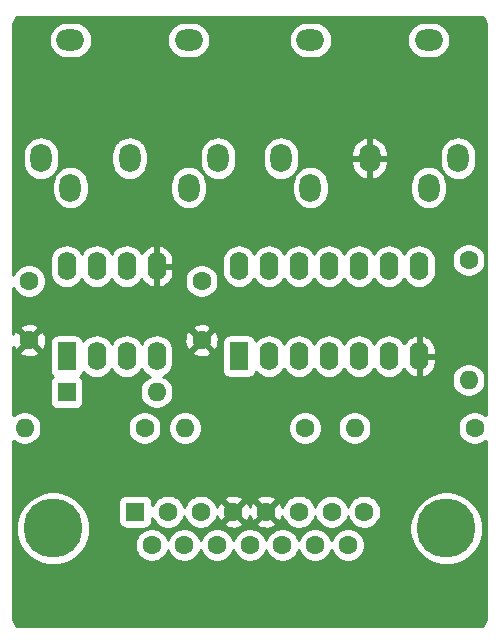
<source format=gbl>
G04 #@! TF.GenerationSoftware,KiCad,Pcbnew,(5.1.8)-1*
G04 #@! TF.CreationDate,2022-02-10T23:19:11+01:00*
G04 #@! TF.ProjectId,BulkyMIDI-32 Gameport,42756c6b-794d-4494-9449-2d3332204761,rev?*
G04 #@! TF.SameCoordinates,Original*
G04 #@! TF.FileFunction,Copper,L2,Bot*
G04 #@! TF.FilePolarity,Positive*
%FSLAX46Y46*%
G04 Gerber Fmt 4.6, Leading zero omitted, Abs format (unit mm)*
G04 Created by KiCad (PCBNEW (5.1.8)-1) date 2022-02-10 23:19:11*
%MOMM*%
%LPD*%
G01*
G04 APERTURE LIST*
G04 #@! TA.AperFunction,ComponentPad*
%ADD10O,1.800000X2.400000*%
G04 #@! TD*
G04 #@! TA.AperFunction,WasherPad*
%ADD11O,2.400000X1.800000*%
G04 #@! TD*
G04 #@! TA.AperFunction,ComponentPad*
%ADD12R,1.600000X1.600000*%
G04 #@! TD*
G04 #@! TA.AperFunction,ComponentPad*
%ADD13O,1.600000X1.600000*%
G04 #@! TD*
G04 #@! TA.AperFunction,ComponentPad*
%ADD14C,1.600000*%
G04 #@! TD*
G04 #@! TA.AperFunction,WasherPad*
%ADD15C,5.000000*%
G04 #@! TD*
G04 #@! TA.AperFunction,ComponentPad*
%ADD16R,1.600000X2.400000*%
G04 #@! TD*
G04 #@! TA.AperFunction,ComponentPad*
%ADD17O,1.600000X2.400000*%
G04 #@! TD*
G04 #@! TA.AperFunction,Conductor*
%ADD18C,0.254000*%
G04 #@! TD*
G04 #@! TA.AperFunction,Conductor*
%ADD19C,0.100000*%
G04 #@! TD*
G04 APERTURE END LIST*
D10*
X107950000Y-79756000D03*
D11*
X102950000Y-69756000D03*
X112950000Y-69756000D03*
D10*
X100450000Y-79756000D03*
X115450000Y-79756000D03*
X102950000Y-82256000D03*
X112950000Y-82256000D03*
X128270000Y-79756000D03*
D11*
X123270000Y-69756000D03*
X133270000Y-69756000D03*
D10*
X120770000Y-79756000D03*
X135770000Y-79756000D03*
X123270000Y-82256000D03*
X133270000Y-82256000D03*
D12*
X102616000Y-99568000D03*
D13*
X110236000Y-99568000D03*
D12*
X108432600Y-109677200D03*
D14*
X111202600Y-109677200D03*
X113972600Y-109677200D03*
X116742600Y-109677200D03*
X119512600Y-109677200D03*
X122282600Y-109677200D03*
X125052600Y-109677200D03*
X127822600Y-109677200D03*
X109817600Y-112517200D03*
X112587600Y-112517200D03*
X115357600Y-112517200D03*
X118127600Y-112517200D03*
X120897600Y-112517200D03*
X123667600Y-112517200D03*
X126437600Y-112517200D03*
D15*
X101477600Y-111097200D03*
X134777600Y-111097200D03*
D13*
X112649000Y-102616000D03*
D14*
X122809000Y-102616000D03*
X137160000Y-102616000D03*
D13*
X127000000Y-102616000D03*
X136652000Y-98552000D03*
D14*
X136652000Y-88392000D03*
X109220000Y-102616000D03*
D13*
X99060000Y-102616000D03*
D16*
X102616000Y-96520000D03*
D17*
X110236000Y-88900000D03*
X105156000Y-96520000D03*
X107696000Y-88900000D03*
X107696000Y-96520000D03*
X105156000Y-88900000D03*
X110236000Y-96520000D03*
X102616000Y-88900000D03*
D16*
X117221000Y-96520000D03*
D17*
X132461000Y-88900000D03*
X119761000Y-96520000D03*
X129921000Y-88900000D03*
X122301000Y-96520000D03*
X127381000Y-88900000D03*
X124841000Y-96520000D03*
X124841000Y-88900000D03*
X127381000Y-96520000D03*
X122301000Y-88900000D03*
X129921000Y-96520000D03*
X119761000Y-88900000D03*
X132461000Y-96520000D03*
X117221000Y-88900000D03*
D14*
X99441000Y-90170000D03*
X99441000Y-95170000D03*
X114046000Y-95170000D03*
X114046000Y-90170000D03*
D18*
X137649109Y-67780005D02*
X137753101Y-67811402D01*
X137849014Y-67862399D01*
X137933194Y-67931055D01*
X138002440Y-68014758D01*
X138054105Y-68110311D01*
X138086227Y-68214078D01*
X138101001Y-68354650D01*
X138101000Y-101527604D01*
X138074759Y-101501363D01*
X137839727Y-101344320D01*
X137578574Y-101236147D01*
X137301335Y-101181000D01*
X137018665Y-101181000D01*
X136741426Y-101236147D01*
X136480273Y-101344320D01*
X136245241Y-101501363D01*
X136045363Y-101701241D01*
X135888320Y-101936273D01*
X135780147Y-102197426D01*
X135725000Y-102474665D01*
X135725000Y-102757335D01*
X135780147Y-103034574D01*
X135888320Y-103295727D01*
X136045363Y-103530759D01*
X136245241Y-103730637D01*
X136480273Y-103887680D01*
X136741426Y-103995853D01*
X137018665Y-104051000D01*
X137301335Y-104051000D01*
X137578574Y-103995853D01*
X137839727Y-103887680D01*
X138074759Y-103730637D01*
X138101000Y-103704396D01*
X138101000Y-118786480D01*
X138086995Y-118929309D01*
X138055599Y-119033299D01*
X138004601Y-119129213D01*
X137935941Y-119213399D01*
X137852243Y-119282639D01*
X137756689Y-119334305D01*
X137652922Y-119366427D01*
X137512359Y-119381200D01*
X98713720Y-119381200D01*
X98570891Y-119367195D01*
X98466901Y-119335799D01*
X98370987Y-119284801D01*
X98286801Y-119216141D01*
X98217561Y-119132443D01*
X98165895Y-119036889D01*
X98133773Y-118933122D01*
X98119000Y-118792559D01*
X98119000Y-110788429D01*
X98342600Y-110788429D01*
X98342600Y-111405971D01*
X98463076Y-112011646D01*
X98699399Y-112582179D01*
X99042486Y-113095646D01*
X99479154Y-113532314D01*
X99992621Y-113875401D01*
X100563154Y-114111724D01*
X101168829Y-114232200D01*
X101786371Y-114232200D01*
X102392046Y-114111724D01*
X102962579Y-113875401D01*
X103476046Y-113532314D01*
X103912714Y-113095646D01*
X104255801Y-112582179D01*
X104341259Y-112375865D01*
X108382600Y-112375865D01*
X108382600Y-112658535D01*
X108437747Y-112935774D01*
X108545920Y-113196927D01*
X108702963Y-113431959D01*
X108902841Y-113631837D01*
X109137873Y-113788880D01*
X109399026Y-113897053D01*
X109676265Y-113952200D01*
X109958935Y-113952200D01*
X110236174Y-113897053D01*
X110497327Y-113788880D01*
X110732359Y-113631837D01*
X110932237Y-113431959D01*
X111089280Y-113196927D01*
X111197453Y-112935774D01*
X111202600Y-112909899D01*
X111207747Y-112935774D01*
X111315920Y-113196927D01*
X111472963Y-113431959D01*
X111672841Y-113631837D01*
X111907873Y-113788880D01*
X112169026Y-113897053D01*
X112446265Y-113952200D01*
X112728935Y-113952200D01*
X113006174Y-113897053D01*
X113267327Y-113788880D01*
X113502359Y-113631837D01*
X113702237Y-113431959D01*
X113859280Y-113196927D01*
X113967453Y-112935774D01*
X113972600Y-112909899D01*
X113977747Y-112935774D01*
X114085920Y-113196927D01*
X114242963Y-113431959D01*
X114442841Y-113631837D01*
X114677873Y-113788880D01*
X114939026Y-113897053D01*
X115216265Y-113952200D01*
X115498935Y-113952200D01*
X115776174Y-113897053D01*
X116037327Y-113788880D01*
X116272359Y-113631837D01*
X116472237Y-113431959D01*
X116629280Y-113196927D01*
X116737453Y-112935774D01*
X116742600Y-112909899D01*
X116747747Y-112935774D01*
X116855920Y-113196927D01*
X117012963Y-113431959D01*
X117212841Y-113631837D01*
X117447873Y-113788880D01*
X117709026Y-113897053D01*
X117986265Y-113952200D01*
X118268935Y-113952200D01*
X118546174Y-113897053D01*
X118807327Y-113788880D01*
X119042359Y-113631837D01*
X119242237Y-113431959D01*
X119399280Y-113196927D01*
X119507453Y-112935774D01*
X119512600Y-112909899D01*
X119517747Y-112935774D01*
X119625920Y-113196927D01*
X119782963Y-113431959D01*
X119982841Y-113631837D01*
X120217873Y-113788880D01*
X120479026Y-113897053D01*
X120756265Y-113952200D01*
X121038935Y-113952200D01*
X121316174Y-113897053D01*
X121577327Y-113788880D01*
X121812359Y-113631837D01*
X122012237Y-113431959D01*
X122169280Y-113196927D01*
X122277453Y-112935774D01*
X122282600Y-112909899D01*
X122287747Y-112935774D01*
X122395920Y-113196927D01*
X122552963Y-113431959D01*
X122752841Y-113631837D01*
X122987873Y-113788880D01*
X123249026Y-113897053D01*
X123526265Y-113952200D01*
X123808935Y-113952200D01*
X124086174Y-113897053D01*
X124347327Y-113788880D01*
X124582359Y-113631837D01*
X124782237Y-113431959D01*
X124939280Y-113196927D01*
X125047453Y-112935774D01*
X125052600Y-112909899D01*
X125057747Y-112935774D01*
X125165920Y-113196927D01*
X125322963Y-113431959D01*
X125522841Y-113631837D01*
X125757873Y-113788880D01*
X126019026Y-113897053D01*
X126296265Y-113952200D01*
X126578935Y-113952200D01*
X126856174Y-113897053D01*
X127117327Y-113788880D01*
X127352359Y-113631837D01*
X127552237Y-113431959D01*
X127709280Y-113196927D01*
X127817453Y-112935774D01*
X127872600Y-112658535D01*
X127872600Y-112375865D01*
X127817453Y-112098626D01*
X127709280Y-111837473D01*
X127552237Y-111602441D01*
X127352359Y-111402563D01*
X127117327Y-111245520D01*
X126856174Y-111137347D01*
X126578935Y-111082200D01*
X126296265Y-111082200D01*
X126019026Y-111137347D01*
X125757873Y-111245520D01*
X125522841Y-111402563D01*
X125322963Y-111602441D01*
X125165920Y-111837473D01*
X125057747Y-112098626D01*
X125052600Y-112124501D01*
X125047453Y-112098626D01*
X124939280Y-111837473D01*
X124782237Y-111602441D01*
X124582359Y-111402563D01*
X124347327Y-111245520D01*
X124086174Y-111137347D01*
X123808935Y-111082200D01*
X123526265Y-111082200D01*
X123249026Y-111137347D01*
X122987873Y-111245520D01*
X122752841Y-111402563D01*
X122552963Y-111602441D01*
X122395920Y-111837473D01*
X122287747Y-112098626D01*
X122282600Y-112124501D01*
X122277453Y-112098626D01*
X122169280Y-111837473D01*
X122012237Y-111602441D01*
X121812359Y-111402563D01*
X121577327Y-111245520D01*
X121316174Y-111137347D01*
X121038935Y-111082200D01*
X120756265Y-111082200D01*
X120479026Y-111137347D01*
X120217873Y-111245520D01*
X119982841Y-111402563D01*
X119782963Y-111602441D01*
X119625920Y-111837473D01*
X119517747Y-112098626D01*
X119512600Y-112124501D01*
X119507453Y-112098626D01*
X119399280Y-111837473D01*
X119242237Y-111602441D01*
X119042359Y-111402563D01*
X118807327Y-111245520D01*
X118546174Y-111137347D01*
X118268935Y-111082200D01*
X117986265Y-111082200D01*
X117709026Y-111137347D01*
X117447873Y-111245520D01*
X117212841Y-111402563D01*
X117012963Y-111602441D01*
X116855920Y-111837473D01*
X116747747Y-112098626D01*
X116742600Y-112124501D01*
X116737453Y-112098626D01*
X116629280Y-111837473D01*
X116472237Y-111602441D01*
X116272359Y-111402563D01*
X116037327Y-111245520D01*
X115776174Y-111137347D01*
X115498935Y-111082200D01*
X115216265Y-111082200D01*
X114939026Y-111137347D01*
X114677873Y-111245520D01*
X114442841Y-111402563D01*
X114242963Y-111602441D01*
X114085920Y-111837473D01*
X113977747Y-112098626D01*
X113972600Y-112124501D01*
X113967453Y-112098626D01*
X113859280Y-111837473D01*
X113702237Y-111602441D01*
X113502359Y-111402563D01*
X113267327Y-111245520D01*
X113006174Y-111137347D01*
X112728935Y-111082200D01*
X112446265Y-111082200D01*
X112169026Y-111137347D01*
X111907873Y-111245520D01*
X111672841Y-111402563D01*
X111472963Y-111602441D01*
X111315920Y-111837473D01*
X111207747Y-112098626D01*
X111202600Y-112124501D01*
X111197453Y-112098626D01*
X111089280Y-111837473D01*
X110932237Y-111602441D01*
X110732359Y-111402563D01*
X110497327Y-111245520D01*
X110236174Y-111137347D01*
X109958935Y-111082200D01*
X109676265Y-111082200D01*
X109399026Y-111137347D01*
X109137873Y-111245520D01*
X108902841Y-111402563D01*
X108702963Y-111602441D01*
X108545920Y-111837473D01*
X108437747Y-112098626D01*
X108382600Y-112375865D01*
X104341259Y-112375865D01*
X104492124Y-112011646D01*
X104612600Y-111405971D01*
X104612600Y-110788429D01*
X104492124Y-110182754D01*
X104255801Y-109612221D01*
X103912714Y-109098754D01*
X103691160Y-108877200D01*
X106994528Y-108877200D01*
X106994528Y-110477200D01*
X107006788Y-110601682D01*
X107043098Y-110721380D01*
X107102063Y-110831694D01*
X107181415Y-110928385D01*
X107278106Y-111007737D01*
X107388420Y-111066702D01*
X107508118Y-111103012D01*
X107632600Y-111115272D01*
X109232600Y-111115272D01*
X109357082Y-111103012D01*
X109476780Y-111066702D01*
X109587094Y-111007737D01*
X109683785Y-110928385D01*
X109763137Y-110831694D01*
X109822102Y-110721380D01*
X109858412Y-110601682D01*
X109870672Y-110477200D01*
X109870672Y-110211475D01*
X109930920Y-110356927D01*
X110087963Y-110591959D01*
X110287841Y-110791837D01*
X110522873Y-110948880D01*
X110784026Y-111057053D01*
X111061265Y-111112200D01*
X111343935Y-111112200D01*
X111621174Y-111057053D01*
X111882327Y-110948880D01*
X112117359Y-110791837D01*
X112317237Y-110591959D01*
X112474280Y-110356927D01*
X112582453Y-110095774D01*
X112587600Y-110069899D01*
X112592747Y-110095774D01*
X112700920Y-110356927D01*
X112857963Y-110591959D01*
X113057841Y-110791837D01*
X113292873Y-110948880D01*
X113554026Y-111057053D01*
X113831265Y-111112200D01*
X114113935Y-111112200D01*
X114391174Y-111057053D01*
X114652327Y-110948880D01*
X114887359Y-110791837D01*
X115009294Y-110669902D01*
X115929503Y-110669902D01*
X116001086Y-110913871D01*
X116256596Y-111034771D01*
X116530784Y-111103500D01*
X116813112Y-111117417D01*
X117092730Y-111075987D01*
X117358892Y-110980803D01*
X117484114Y-110913871D01*
X117555697Y-110669902D01*
X118699503Y-110669902D01*
X118771086Y-110913871D01*
X119026596Y-111034771D01*
X119300784Y-111103500D01*
X119583112Y-111117417D01*
X119862730Y-111075987D01*
X120128892Y-110980803D01*
X120254114Y-110913871D01*
X120325697Y-110669902D01*
X119512600Y-109856805D01*
X118699503Y-110669902D01*
X117555697Y-110669902D01*
X116742600Y-109856805D01*
X115929503Y-110669902D01*
X115009294Y-110669902D01*
X115087237Y-110591959D01*
X115244280Y-110356927D01*
X115352453Y-110095774D01*
X115358113Y-110067318D01*
X115438997Y-110293492D01*
X115505929Y-110418714D01*
X115749898Y-110490297D01*
X116562995Y-109677200D01*
X116922205Y-109677200D01*
X117735302Y-110490297D01*
X117979271Y-110418714D01*
X118100171Y-110163204D01*
X118125816Y-110060895D01*
X118208997Y-110293492D01*
X118275929Y-110418714D01*
X118519898Y-110490297D01*
X119332995Y-109677200D01*
X119692205Y-109677200D01*
X120505302Y-110490297D01*
X120749271Y-110418714D01*
X120870171Y-110163204D01*
X120895812Y-110060911D01*
X120902747Y-110095774D01*
X121010920Y-110356927D01*
X121167963Y-110591959D01*
X121367841Y-110791837D01*
X121602873Y-110948880D01*
X121864026Y-111057053D01*
X122141265Y-111112200D01*
X122423935Y-111112200D01*
X122701174Y-111057053D01*
X122962327Y-110948880D01*
X123197359Y-110791837D01*
X123397237Y-110591959D01*
X123554280Y-110356927D01*
X123662453Y-110095774D01*
X123667600Y-110069899D01*
X123672747Y-110095774D01*
X123780920Y-110356927D01*
X123937963Y-110591959D01*
X124137841Y-110791837D01*
X124372873Y-110948880D01*
X124634026Y-111057053D01*
X124911265Y-111112200D01*
X125193935Y-111112200D01*
X125471174Y-111057053D01*
X125732327Y-110948880D01*
X125967359Y-110791837D01*
X126167237Y-110591959D01*
X126324280Y-110356927D01*
X126432453Y-110095774D01*
X126437600Y-110069899D01*
X126442747Y-110095774D01*
X126550920Y-110356927D01*
X126707963Y-110591959D01*
X126907841Y-110791837D01*
X127142873Y-110948880D01*
X127404026Y-111057053D01*
X127681265Y-111112200D01*
X127963935Y-111112200D01*
X128241174Y-111057053D01*
X128502327Y-110948880D01*
X128737359Y-110791837D01*
X128740767Y-110788429D01*
X131642600Y-110788429D01*
X131642600Y-111405971D01*
X131763076Y-112011646D01*
X131999399Y-112582179D01*
X132342486Y-113095646D01*
X132779154Y-113532314D01*
X133292621Y-113875401D01*
X133863154Y-114111724D01*
X134468829Y-114232200D01*
X135086371Y-114232200D01*
X135692046Y-114111724D01*
X136262579Y-113875401D01*
X136776046Y-113532314D01*
X137212714Y-113095646D01*
X137555801Y-112582179D01*
X137792124Y-112011646D01*
X137912600Y-111405971D01*
X137912600Y-110788429D01*
X137792124Y-110182754D01*
X137555801Y-109612221D01*
X137212714Y-109098754D01*
X136776046Y-108662086D01*
X136262579Y-108318999D01*
X135692046Y-108082676D01*
X135086371Y-107962200D01*
X134468829Y-107962200D01*
X133863154Y-108082676D01*
X133292621Y-108318999D01*
X132779154Y-108662086D01*
X132342486Y-109098754D01*
X131999399Y-109612221D01*
X131763076Y-110182754D01*
X131642600Y-110788429D01*
X128740767Y-110788429D01*
X128937237Y-110591959D01*
X129094280Y-110356927D01*
X129202453Y-110095774D01*
X129257600Y-109818535D01*
X129257600Y-109535865D01*
X129202453Y-109258626D01*
X129094280Y-108997473D01*
X128937237Y-108762441D01*
X128737359Y-108562563D01*
X128502327Y-108405520D01*
X128241174Y-108297347D01*
X127963935Y-108242200D01*
X127681265Y-108242200D01*
X127404026Y-108297347D01*
X127142873Y-108405520D01*
X126907841Y-108562563D01*
X126707963Y-108762441D01*
X126550920Y-108997473D01*
X126442747Y-109258626D01*
X126437600Y-109284501D01*
X126432453Y-109258626D01*
X126324280Y-108997473D01*
X126167237Y-108762441D01*
X125967359Y-108562563D01*
X125732327Y-108405520D01*
X125471174Y-108297347D01*
X125193935Y-108242200D01*
X124911265Y-108242200D01*
X124634026Y-108297347D01*
X124372873Y-108405520D01*
X124137841Y-108562563D01*
X123937963Y-108762441D01*
X123780920Y-108997473D01*
X123672747Y-109258626D01*
X123667600Y-109284501D01*
X123662453Y-109258626D01*
X123554280Y-108997473D01*
X123397237Y-108762441D01*
X123197359Y-108562563D01*
X122962327Y-108405520D01*
X122701174Y-108297347D01*
X122423935Y-108242200D01*
X122141265Y-108242200D01*
X121864026Y-108297347D01*
X121602873Y-108405520D01*
X121367841Y-108562563D01*
X121167963Y-108762441D01*
X121010920Y-108997473D01*
X120902747Y-109258626D01*
X120897087Y-109287082D01*
X120816203Y-109060908D01*
X120749271Y-108935686D01*
X120505302Y-108864103D01*
X119692205Y-109677200D01*
X119332995Y-109677200D01*
X118519898Y-108864103D01*
X118275929Y-108935686D01*
X118155029Y-109191196D01*
X118129384Y-109293505D01*
X118046203Y-109060908D01*
X117979271Y-108935686D01*
X117735302Y-108864103D01*
X116922205Y-109677200D01*
X116562995Y-109677200D01*
X115749898Y-108864103D01*
X115505929Y-108935686D01*
X115385029Y-109191196D01*
X115359388Y-109293489D01*
X115352453Y-109258626D01*
X115244280Y-108997473D01*
X115087237Y-108762441D01*
X115009294Y-108684498D01*
X115929503Y-108684498D01*
X116742600Y-109497595D01*
X117555697Y-108684498D01*
X118699503Y-108684498D01*
X119512600Y-109497595D01*
X120325697Y-108684498D01*
X120254114Y-108440529D01*
X119998604Y-108319629D01*
X119724416Y-108250900D01*
X119442088Y-108236983D01*
X119162470Y-108278413D01*
X118896308Y-108373597D01*
X118771086Y-108440529D01*
X118699503Y-108684498D01*
X117555697Y-108684498D01*
X117484114Y-108440529D01*
X117228604Y-108319629D01*
X116954416Y-108250900D01*
X116672088Y-108236983D01*
X116392470Y-108278413D01*
X116126308Y-108373597D01*
X116001086Y-108440529D01*
X115929503Y-108684498D01*
X115009294Y-108684498D01*
X114887359Y-108562563D01*
X114652327Y-108405520D01*
X114391174Y-108297347D01*
X114113935Y-108242200D01*
X113831265Y-108242200D01*
X113554026Y-108297347D01*
X113292873Y-108405520D01*
X113057841Y-108562563D01*
X112857963Y-108762441D01*
X112700920Y-108997473D01*
X112592747Y-109258626D01*
X112587600Y-109284501D01*
X112582453Y-109258626D01*
X112474280Y-108997473D01*
X112317237Y-108762441D01*
X112117359Y-108562563D01*
X111882327Y-108405520D01*
X111621174Y-108297347D01*
X111343935Y-108242200D01*
X111061265Y-108242200D01*
X110784026Y-108297347D01*
X110522873Y-108405520D01*
X110287841Y-108562563D01*
X110087963Y-108762441D01*
X109930920Y-108997473D01*
X109870672Y-109142925D01*
X109870672Y-108877200D01*
X109858412Y-108752718D01*
X109822102Y-108633020D01*
X109763137Y-108522706D01*
X109683785Y-108426015D01*
X109587094Y-108346663D01*
X109476780Y-108287698D01*
X109357082Y-108251388D01*
X109232600Y-108239128D01*
X107632600Y-108239128D01*
X107508118Y-108251388D01*
X107388420Y-108287698D01*
X107278106Y-108346663D01*
X107181415Y-108426015D01*
X107102063Y-108522706D01*
X107043098Y-108633020D01*
X107006788Y-108752718D01*
X106994528Y-108877200D01*
X103691160Y-108877200D01*
X103476046Y-108662086D01*
X102962579Y-108318999D01*
X102392046Y-108082676D01*
X101786371Y-107962200D01*
X101168829Y-107962200D01*
X100563154Y-108082676D01*
X99992621Y-108318999D01*
X99479154Y-108662086D01*
X99042486Y-109098754D01*
X98699399Y-109612221D01*
X98463076Y-110182754D01*
X98342600Y-110788429D01*
X98119000Y-110788429D01*
X98119000Y-103704396D01*
X98145241Y-103730637D01*
X98380273Y-103887680D01*
X98641426Y-103995853D01*
X98918665Y-104051000D01*
X99201335Y-104051000D01*
X99478574Y-103995853D01*
X99739727Y-103887680D01*
X99974759Y-103730637D01*
X100174637Y-103530759D01*
X100331680Y-103295727D01*
X100439853Y-103034574D01*
X100495000Y-102757335D01*
X100495000Y-102474665D01*
X107785000Y-102474665D01*
X107785000Y-102757335D01*
X107840147Y-103034574D01*
X107948320Y-103295727D01*
X108105363Y-103530759D01*
X108305241Y-103730637D01*
X108540273Y-103887680D01*
X108801426Y-103995853D01*
X109078665Y-104051000D01*
X109361335Y-104051000D01*
X109638574Y-103995853D01*
X109899727Y-103887680D01*
X110134759Y-103730637D01*
X110334637Y-103530759D01*
X110491680Y-103295727D01*
X110599853Y-103034574D01*
X110655000Y-102757335D01*
X110655000Y-102474665D01*
X111214000Y-102474665D01*
X111214000Y-102757335D01*
X111269147Y-103034574D01*
X111377320Y-103295727D01*
X111534363Y-103530759D01*
X111734241Y-103730637D01*
X111969273Y-103887680D01*
X112230426Y-103995853D01*
X112507665Y-104051000D01*
X112790335Y-104051000D01*
X113067574Y-103995853D01*
X113328727Y-103887680D01*
X113563759Y-103730637D01*
X113763637Y-103530759D01*
X113920680Y-103295727D01*
X114028853Y-103034574D01*
X114084000Y-102757335D01*
X114084000Y-102474665D01*
X121374000Y-102474665D01*
X121374000Y-102757335D01*
X121429147Y-103034574D01*
X121537320Y-103295727D01*
X121694363Y-103530759D01*
X121894241Y-103730637D01*
X122129273Y-103887680D01*
X122390426Y-103995853D01*
X122667665Y-104051000D01*
X122950335Y-104051000D01*
X123227574Y-103995853D01*
X123488727Y-103887680D01*
X123723759Y-103730637D01*
X123923637Y-103530759D01*
X124080680Y-103295727D01*
X124188853Y-103034574D01*
X124244000Y-102757335D01*
X124244000Y-102474665D01*
X125565000Y-102474665D01*
X125565000Y-102757335D01*
X125620147Y-103034574D01*
X125728320Y-103295727D01*
X125885363Y-103530759D01*
X126085241Y-103730637D01*
X126320273Y-103887680D01*
X126581426Y-103995853D01*
X126858665Y-104051000D01*
X127141335Y-104051000D01*
X127418574Y-103995853D01*
X127679727Y-103887680D01*
X127914759Y-103730637D01*
X128114637Y-103530759D01*
X128271680Y-103295727D01*
X128379853Y-103034574D01*
X128435000Y-102757335D01*
X128435000Y-102474665D01*
X128379853Y-102197426D01*
X128271680Y-101936273D01*
X128114637Y-101701241D01*
X127914759Y-101501363D01*
X127679727Y-101344320D01*
X127418574Y-101236147D01*
X127141335Y-101181000D01*
X126858665Y-101181000D01*
X126581426Y-101236147D01*
X126320273Y-101344320D01*
X126085241Y-101501363D01*
X125885363Y-101701241D01*
X125728320Y-101936273D01*
X125620147Y-102197426D01*
X125565000Y-102474665D01*
X124244000Y-102474665D01*
X124188853Y-102197426D01*
X124080680Y-101936273D01*
X123923637Y-101701241D01*
X123723759Y-101501363D01*
X123488727Y-101344320D01*
X123227574Y-101236147D01*
X122950335Y-101181000D01*
X122667665Y-101181000D01*
X122390426Y-101236147D01*
X122129273Y-101344320D01*
X121894241Y-101501363D01*
X121694363Y-101701241D01*
X121537320Y-101936273D01*
X121429147Y-102197426D01*
X121374000Y-102474665D01*
X114084000Y-102474665D01*
X114028853Y-102197426D01*
X113920680Y-101936273D01*
X113763637Y-101701241D01*
X113563759Y-101501363D01*
X113328727Y-101344320D01*
X113067574Y-101236147D01*
X112790335Y-101181000D01*
X112507665Y-101181000D01*
X112230426Y-101236147D01*
X111969273Y-101344320D01*
X111734241Y-101501363D01*
X111534363Y-101701241D01*
X111377320Y-101936273D01*
X111269147Y-102197426D01*
X111214000Y-102474665D01*
X110655000Y-102474665D01*
X110599853Y-102197426D01*
X110491680Y-101936273D01*
X110334637Y-101701241D01*
X110134759Y-101501363D01*
X109899727Y-101344320D01*
X109638574Y-101236147D01*
X109361335Y-101181000D01*
X109078665Y-101181000D01*
X108801426Y-101236147D01*
X108540273Y-101344320D01*
X108305241Y-101501363D01*
X108105363Y-101701241D01*
X107948320Y-101936273D01*
X107840147Y-102197426D01*
X107785000Y-102474665D01*
X100495000Y-102474665D01*
X100439853Y-102197426D01*
X100331680Y-101936273D01*
X100174637Y-101701241D01*
X99974759Y-101501363D01*
X99739727Y-101344320D01*
X99478574Y-101236147D01*
X99201335Y-101181000D01*
X98918665Y-101181000D01*
X98641426Y-101236147D01*
X98380273Y-101344320D01*
X98145241Y-101501363D01*
X98119000Y-101527604D01*
X98119000Y-96162702D01*
X98627903Y-96162702D01*
X98699486Y-96406671D01*
X98954996Y-96527571D01*
X99229184Y-96596300D01*
X99511512Y-96610217D01*
X99791130Y-96568787D01*
X100057292Y-96473603D01*
X100182514Y-96406671D01*
X100254097Y-96162702D01*
X99441000Y-95349605D01*
X98627903Y-96162702D01*
X98119000Y-96162702D01*
X98119000Y-95734849D01*
X98137397Y-95786292D01*
X98204329Y-95911514D01*
X98448298Y-95983097D01*
X99261395Y-95170000D01*
X99620605Y-95170000D01*
X100433702Y-95983097D01*
X100677671Y-95911514D01*
X100798571Y-95656004D01*
X100867300Y-95381816D01*
X100870347Y-95320000D01*
X101177928Y-95320000D01*
X101177928Y-97720000D01*
X101190188Y-97844482D01*
X101226498Y-97964180D01*
X101285463Y-98074494D01*
X101364815Y-98171185D01*
X101453541Y-98244000D01*
X101364815Y-98316815D01*
X101285463Y-98413506D01*
X101226498Y-98523820D01*
X101190188Y-98643518D01*
X101177928Y-98768000D01*
X101177928Y-100368000D01*
X101190188Y-100492482D01*
X101226498Y-100612180D01*
X101285463Y-100722494D01*
X101364815Y-100819185D01*
X101461506Y-100898537D01*
X101571820Y-100957502D01*
X101691518Y-100993812D01*
X101816000Y-101006072D01*
X103416000Y-101006072D01*
X103540482Y-100993812D01*
X103660180Y-100957502D01*
X103770494Y-100898537D01*
X103867185Y-100819185D01*
X103946537Y-100722494D01*
X104005502Y-100612180D01*
X104041812Y-100492482D01*
X104054072Y-100368000D01*
X104054072Y-98768000D01*
X104041812Y-98643518D01*
X104005502Y-98523820D01*
X103946537Y-98413506D01*
X103867185Y-98316815D01*
X103778459Y-98244000D01*
X103867185Y-98171185D01*
X103946537Y-98074494D01*
X104005502Y-97964180D01*
X104041812Y-97844482D01*
X104043581Y-97826517D01*
X104136393Y-97939608D01*
X104354900Y-98118932D01*
X104604193Y-98252182D01*
X104874692Y-98334236D01*
X105156000Y-98361943D01*
X105437309Y-98334236D01*
X105707808Y-98252182D01*
X105957101Y-98118932D01*
X106175608Y-97939608D01*
X106354932Y-97721101D01*
X106426000Y-97588142D01*
X106497068Y-97721101D01*
X106676393Y-97939608D01*
X106894900Y-98118932D01*
X107144193Y-98252182D01*
X107414692Y-98334236D01*
X107696000Y-98361943D01*
X107977309Y-98334236D01*
X108247808Y-98252182D01*
X108497101Y-98118932D01*
X108715608Y-97939608D01*
X108894932Y-97721101D01*
X108966000Y-97588142D01*
X109037068Y-97721101D01*
X109216393Y-97939608D01*
X109434900Y-98118932D01*
X109674867Y-98247197D01*
X109556273Y-98296320D01*
X109321241Y-98453363D01*
X109121363Y-98653241D01*
X108964320Y-98888273D01*
X108856147Y-99149426D01*
X108801000Y-99426665D01*
X108801000Y-99709335D01*
X108856147Y-99986574D01*
X108964320Y-100247727D01*
X109121363Y-100482759D01*
X109321241Y-100682637D01*
X109556273Y-100839680D01*
X109817426Y-100947853D01*
X110094665Y-101003000D01*
X110377335Y-101003000D01*
X110654574Y-100947853D01*
X110915727Y-100839680D01*
X111150759Y-100682637D01*
X111350637Y-100482759D01*
X111507680Y-100247727D01*
X111615853Y-99986574D01*
X111671000Y-99709335D01*
X111671000Y-99426665D01*
X111615853Y-99149426D01*
X111507680Y-98888273D01*
X111350637Y-98653241D01*
X111150759Y-98453363D01*
X111086857Y-98410665D01*
X135217000Y-98410665D01*
X135217000Y-98693335D01*
X135272147Y-98970574D01*
X135380320Y-99231727D01*
X135537363Y-99466759D01*
X135737241Y-99666637D01*
X135972273Y-99823680D01*
X136233426Y-99931853D01*
X136510665Y-99987000D01*
X136793335Y-99987000D01*
X137070574Y-99931853D01*
X137331727Y-99823680D01*
X137566759Y-99666637D01*
X137766637Y-99466759D01*
X137923680Y-99231727D01*
X138031853Y-98970574D01*
X138087000Y-98693335D01*
X138087000Y-98410665D01*
X138031853Y-98133426D01*
X137923680Y-97872273D01*
X137766637Y-97637241D01*
X137566759Y-97437363D01*
X137331727Y-97280320D01*
X137070574Y-97172147D01*
X136793335Y-97117000D01*
X136510665Y-97117000D01*
X136233426Y-97172147D01*
X135972273Y-97280320D01*
X135737241Y-97437363D01*
X135537363Y-97637241D01*
X135380320Y-97872273D01*
X135272147Y-98133426D01*
X135217000Y-98410665D01*
X111086857Y-98410665D01*
X110915727Y-98296320D01*
X110797134Y-98247197D01*
X111037101Y-98118932D01*
X111255608Y-97939608D01*
X111434932Y-97721101D01*
X111568182Y-97471808D01*
X111650236Y-97201309D01*
X111671000Y-96990491D01*
X111671000Y-96162702D01*
X113232903Y-96162702D01*
X113304486Y-96406671D01*
X113559996Y-96527571D01*
X113834184Y-96596300D01*
X114116512Y-96610217D01*
X114396130Y-96568787D01*
X114662292Y-96473603D01*
X114787514Y-96406671D01*
X114859097Y-96162702D01*
X114046000Y-95349605D01*
X113232903Y-96162702D01*
X111671000Y-96162702D01*
X111671000Y-96049508D01*
X111650236Y-95838691D01*
X111568182Y-95568192D01*
X111434932Y-95318899D01*
X111370602Y-95240512D01*
X112605783Y-95240512D01*
X112647213Y-95520130D01*
X112742397Y-95786292D01*
X112809329Y-95911514D01*
X113053298Y-95983097D01*
X113866395Y-95170000D01*
X114225605Y-95170000D01*
X115038702Y-95983097D01*
X115282671Y-95911514D01*
X115403571Y-95656004D01*
X115472300Y-95381816D01*
X115475347Y-95320000D01*
X115782928Y-95320000D01*
X115782928Y-97720000D01*
X115795188Y-97844482D01*
X115831498Y-97964180D01*
X115890463Y-98074494D01*
X115969815Y-98171185D01*
X116066506Y-98250537D01*
X116176820Y-98309502D01*
X116296518Y-98345812D01*
X116421000Y-98358072D01*
X118021000Y-98358072D01*
X118145482Y-98345812D01*
X118265180Y-98309502D01*
X118375494Y-98250537D01*
X118472185Y-98171185D01*
X118551537Y-98074494D01*
X118610502Y-97964180D01*
X118646812Y-97844482D01*
X118648581Y-97826517D01*
X118741393Y-97939608D01*
X118959900Y-98118932D01*
X119209193Y-98252182D01*
X119479692Y-98334236D01*
X119761000Y-98361943D01*
X120042309Y-98334236D01*
X120312808Y-98252182D01*
X120562101Y-98118932D01*
X120780608Y-97939608D01*
X120959932Y-97721101D01*
X121031000Y-97588142D01*
X121102068Y-97721101D01*
X121281393Y-97939608D01*
X121499900Y-98118932D01*
X121749193Y-98252182D01*
X122019692Y-98334236D01*
X122301000Y-98361943D01*
X122582309Y-98334236D01*
X122852808Y-98252182D01*
X123102101Y-98118932D01*
X123320608Y-97939608D01*
X123499932Y-97721101D01*
X123571000Y-97588142D01*
X123642068Y-97721101D01*
X123821393Y-97939608D01*
X124039900Y-98118932D01*
X124289193Y-98252182D01*
X124559692Y-98334236D01*
X124841000Y-98361943D01*
X125122309Y-98334236D01*
X125392808Y-98252182D01*
X125642101Y-98118932D01*
X125860608Y-97939608D01*
X126039932Y-97721101D01*
X126111000Y-97588142D01*
X126182068Y-97721101D01*
X126361393Y-97939608D01*
X126579900Y-98118932D01*
X126829193Y-98252182D01*
X127099692Y-98334236D01*
X127381000Y-98361943D01*
X127662309Y-98334236D01*
X127932808Y-98252182D01*
X128182101Y-98118932D01*
X128400608Y-97939608D01*
X128579932Y-97721101D01*
X128651000Y-97588142D01*
X128722068Y-97721101D01*
X128901393Y-97939608D01*
X129119900Y-98118932D01*
X129369193Y-98252182D01*
X129639692Y-98334236D01*
X129921000Y-98361943D01*
X130202309Y-98334236D01*
X130472808Y-98252182D01*
X130722101Y-98118932D01*
X130940608Y-97939608D01*
X131119932Y-97721101D01*
X131188265Y-97593259D01*
X131338399Y-97822839D01*
X131536105Y-98024500D01*
X131769354Y-98183715D01*
X132029182Y-98294367D01*
X132111961Y-98311904D01*
X132334000Y-98189915D01*
X132334000Y-96647000D01*
X132588000Y-96647000D01*
X132588000Y-98189915D01*
X132810039Y-98311904D01*
X132892818Y-98294367D01*
X133152646Y-98183715D01*
X133385895Y-98024500D01*
X133583601Y-97822839D01*
X133738166Y-97586483D01*
X133843650Y-97324514D01*
X133896000Y-97047000D01*
X133896000Y-96647000D01*
X132588000Y-96647000D01*
X132334000Y-96647000D01*
X132314000Y-96647000D01*
X132314000Y-96393000D01*
X132334000Y-96393000D01*
X132334000Y-94850085D01*
X132588000Y-94850085D01*
X132588000Y-96393000D01*
X133896000Y-96393000D01*
X133896000Y-95993000D01*
X133843650Y-95715486D01*
X133738166Y-95453517D01*
X133583601Y-95217161D01*
X133385895Y-95015500D01*
X133152646Y-94856285D01*
X132892818Y-94745633D01*
X132810039Y-94728096D01*
X132588000Y-94850085D01*
X132334000Y-94850085D01*
X132111961Y-94728096D01*
X132029182Y-94745633D01*
X131769354Y-94856285D01*
X131536105Y-95015500D01*
X131338399Y-95217161D01*
X131188265Y-95446741D01*
X131119932Y-95318899D01*
X130940607Y-95100392D01*
X130722100Y-94921068D01*
X130472807Y-94787818D01*
X130202308Y-94705764D01*
X129921000Y-94678057D01*
X129639691Y-94705764D01*
X129369192Y-94787818D01*
X129119899Y-94921068D01*
X128901392Y-95100393D01*
X128722068Y-95318900D01*
X128651000Y-95451858D01*
X128579932Y-95318899D01*
X128400607Y-95100392D01*
X128182100Y-94921068D01*
X127932807Y-94787818D01*
X127662308Y-94705764D01*
X127381000Y-94678057D01*
X127099691Y-94705764D01*
X126829192Y-94787818D01*
X126579899Y-94921068D01*
X126361392Y-95100393D01*
X126182068Y-95318900D01*
X126111000Y-95451858D01*
X126039932Y-95318899D01*
X125860607Y-95100392D01*
X125642100Y-94921068D01*
X125392807Y-94787818D01*
X125122308Y-94705764D01*
X124841000Y-94678057D01*
X124559691Y-94705764D01*
X124289192Y-94787818D01*
X124039899Y-94921068D01*
X123821392Y-95100393D01*
X123642068Y-95318900D01*
X123571000Y-95451858D01*
X123499932Y-95318899D01*
X123320607Y-95100392D01*
X123102100Y-94921068D01*
X122852807Y-94787818D01*
X122582308Y-94705764D01*
X122301000Y-94678057D01*
X122019691Y-94705764D01*
X121749192Y-94787818D01*
X121499899Y-94921068D01*
X121281392Y-95100393D01*
X121102068Y-95318900D01*
X121031000Y-95451858D01*
X120959932Y-95318899D01*
X120780607Y-95100392D01*
X120562100Y-94921068D01*
X120312807Y-94787818D01*
X120042308Y-94705764D01*
X119761000Y-94678057D01*
X119479691Y-94705764D01*
X119209192Y-94787818D01*
X118959899Y-94921068D01*
X118741392Y-95100393D01*
X118648581Y-95213483D01*
X118646812Y-95195518D01*
X118610502Y-95075820D01*
X118551537Y-94965506D01*
X118472185Y-94868815D01*
X118375494Y-94789463D01*
X118265180Y-94730498D01*
X118145482Y-94694188D01*
X118021000Y-94681928D01*
X116421000Y-94681928D01*
X116296518Y-94694188D01*
X116176820Y-94730498D01*
X116066506Y-94789463D01*
X115969815Y-94868815D01*
X115890463Y-94965506D01*
X115831498Y-95075820D01*
X115795188Y-95195518D01*
X115782928Y-95320000D01*
X115475347Y-95320000D01*
X115486217Y-95099488D01*
X115444787Y-94819870D01*
X115349603Y-94553708D01*
X115282671Y-94428486D01*
X115038702Y-94356903D01*
X114225605Y-95170000D01*
X113866395Y-95170000D01*
X113053298Y-94356903D01*
X112809329Y-94428486D01*
X112688429Y-94683996D01*
X112619700Y-94958184D01*
X112605783Y-95240512D01*
X111370602Y-95240512D01*
X111255607Y-95100392D01*
X111037100Y-94921068D01*
X110787807Y-94787818D01*
X110517308Y-94705764D01*
X110236000Y-94678057D01*
X109954691Y-94705764D01*
X109684192Y-94787818D01*
X109434899Y-94921068D01*
X109216392Y-95100393D01*
X109037068Y-95318900D01*
X108966000Y-95451858D01*
X108894932Y-95318899D01*
X108715607Y-95100392D01*
X108497100Y-94921068D01*
X108247807Y-94787818D01*
X107977308Y-94705764D01*
X107696000Y-94678057D01*
X107414691Y-94705764D01*
X107144192Y-94787818D01*
X106894899Y-94921068D01*
X106676392Y-95100393D01*
X106497068Y-95318900D01*
X106426000Y-95451858D01*
X106354932Y-95318899D01*
X106175607Y-95100392D01*
X105957100Y-94921068D01*
X105707807Y-94787818D01*
X105437308Y-94705764D01*
X105156000Y-94678057D01*
X104874691Y-94705764D01*
X104604192Y-94787818D01*
X104354899Y-94921068D01*
X104136392Y-95100393D01*
X104043581Y-95213483D01*
X104041812Y-95195518D01*
X104005502Y-95075820D01*
X103946537Y-94965506D01*
X103867185Y-94868815D01*
X103770494Y-94789463D01*
X103660180Y-94730498D01*
X103540482Y-94694188D01*
X103416000Y-94681928D01*
X101816000Y-94681928D01*
X101691518Y-94694188D01*
X101571820Y-94730498D01*
X101461506Y-94789463D01*
X101364815Y-94868815D01*
X101285463Y-94965506D01*
X101226498Y-95075820D01*
X101190188Y-95195518D01*
X101177928Y-95320000D01*
X100870347Y-95320000D01*
X100881217Y-95099488D01*
X100839787Y-94819870D01*
X100744603Y-94553708D01*
X100677671Y-94428486D01*
X100433702Y-94356903D01*
X99620605Y-95170000D01*
X99261395Y-95170000D01*
X98448298Y-94356903D01*
X98204329Y-94428486D01*
X98119000Y-94608820D01*
X98119000Y-94177298D01*
X98627903Y-94177298D01*
X99441000Y-94990395D01*
X100254097Y-94177298D01*
X113232903Y-94177298D01*
X114046000Y-94990395D01*
X114859097Y-94177298D01*
X114787514Y-93933329D01*
X114532004Y-93812429D01*
X114257816Y-93743700D01*
X113975488Y-93729783D01*
X113695870Y-93771213D01*
X113429708Y-93866397D01*
X113304486Y-93933329D01*
X113232903Y-94177298D01*
X100254097Y-94177298D01*
X100182514Y-93933329D01*
X99927004Y-93812429D01*
X99652816Y-93743700D01*
X99370488Y-93729783D01*
X99090870Y-93771213D01*
X98824708Y-93866397D01*
X98699486Y-93933329D01*
X98627903Y-94177298D01*
X98119000Y-94177298D01*
X98119000Y-90728244D01*
X98169320Y-90849727D01*
X98326363Y-91084759D01*
X98526241Y-91284637D01*
X98761273Y-91441680D01*
X99022426Y-91549853D01*
X99299665Y-91605000D01*
X99582335Y-91605000D01*
X99859574Y-91549853D01*
X100120727Y-91441680D01*
X100355759Y-91284637D01*
X100555637Y-91084759D01*
X100712680Y-90849727D01*
X100820853Y-90588574D01*
X100876000Y-90311335D01*
X100876000Y-90028665D01*
X100820853Y-89751426D01*
X100712680Y-89490273D01*
X100555637Y-89255241D01*
X100355759Y-89055363D01*
X100120727Y-88898320D01*
X99859574Y-88790147D01*
X99582335Y-88735000D01*
X99299665Y-88735000D01*
X99022426Y-88790147D01*
X98761273Y-88898320D01*
X98526241Y-89055363D01*
X98326363Y-89255241D01*
X98169320Y-89490273D01*
X98119000Y-89611756D01*
X98119000Y-88429509D01*
X101181000Y-88429509D01*
X101181000Y-89370492D01*
X101201764Y-89581309D01*
X101283818Y-89851808D01*
X101417068Y-90101101D01*
X101596393Y-90319608D01*
X101814900Y-90498932D01*
X102064193Y-90632182D01*
X102334692Y-90714236D01*
X102616000Y-90741943D01*
X102897309Y-90714236D01*
X103167808Y-90632182D01*
X103417101Y-90498932D01*
X103635608Y-90319608D01*
X103814932Y-90101101D01*
X103886000Y-89968142D01*
X103957068Y-90101101D01*
X104136393Y-90319608D01*
X104354900Y-90498932D01*
X104604193Y-90632182D01*
X104874692Y-90714236D01*
X105156000Y-90741943D01*
X105437309Y-90714236D01*
X105707808Y-90632182D01*
X105957101Y-90498932D01*
X106175608Y-90319608D01*
X106354932Y-90101101D01*
X106426000Y-89968142D01*
X106497068Y-90101101D01*
X106676393Y-90319608D01*
X106894900Y-90498932D01*
X107144193Y-90632182D01*
X107414692Y-90714236D01*
X107696000Y-90741943D01*
X107977309Y-90714236D01*
X108247808Y-90632182D01*
X108497101Y-90498932D01*
X108715608Y-90319608D01*
X108894932Y-90101101D01*
X108963265Y-89973259D01*
X109113399Y-90202839D01*
X109311105Y-90404500D01*
X109544354Y-90563715D01*
X109804182Y-90674367D01*
X109886961Y-90691904D01*
X110109000Y-90569915D01*
X110109000Y-89027000D01*
X110363000Y-89027000D01*
X110363000Y-90569915D01*
X110585039Y-90691904D01*
X110667818Y-90674367D01*
X110927646Y-90563715D01*
X111160895Y-90404500D01*
X111358601Y-90202839D01*
X111472502Y-90028665D01*
X112611000Y-90028665D01*
X112611000Y-90311335D01*
X112666147Y-90588574D01*
X112774320Y-90849727D01*
X112931363Y-91084759D01*
X113131241Y-91284637D01*
X113366273Y-91441680D01*
X113627426Y-91549853D01*
X113904665Y-91605000D01*
X114187335Y-91605000D01*
X114464574Y-91549853D01*
X114725727Y-91441680D01*
X114960759Y-91284637D01*
X115160637Y-91084759D01*
X115317680Y-90849727D01*
X115425853Y-90588574D01*
X115481000Y-90311335D01*
X115481000Y-90028665D01*
X115425853Y-89751426D01*
X115317680Y-89490273D01*
X115160637Y-89255241D01*
X114960759Y-89055363D01*
X114725727Y-88898320D01*
X114464574Y-88790147D01*
X114187335Y-88735000D01*
X113904665Y-88735000D01*
X113627426Y-88790147D01*
X113366273Y-88898320D01*
X113131241Y-89055363D01*
X112931363Y-89255241D01*
X112774320Y-89490273D01*
X112666147Y-89751426D01*
X112611000Y-90028665D01*
X111472502Y-90028665D01*
X111513166Y-89966483D01*
X111618650Y-89704514D01*
X111671000Y-89427000D01*
X111671000Y-89027000D01*
X110363000Y-89027000D01*
X110109000Y-89027000D01*
X110089000Y-89027000D01*
X110089000Y-88773000D01*
X110109000Y-88773000D01*
X110109000Y-87230085D01*
X110363000Y-87230085D01*
X110363000Y-88773000D01*
X111671000Y-88773000D01*
X111671000Y-88429509D01*
X115786000Y-88429509D01*
X115786000Y-89370492D01*
X115806764Y-89581309D01*
X115888818Y-89851808D01*
X116022068Y-90101101D01*
X116201393Y-90319608D01*
X116419900Y-90498932D01*
X116669193Y-90632182D01*
X116939692Y-90714236D01*
X117221000Y-90741943D01*
X117502309Y-90714236D01*
X117772808Y-90632182D01*
X118022101Y-90498932D01*
X118240608Y-90319608D01*
X118419932Y-90101101D01*
X118491000Y-89968142D01*
X118562068Y-90101101D01*
X118741393Y-90319608D01*
X118959900Y-90498932D01*
X119209193Y-90632182D01*
X119479692Y-90714236D01*
X119761000Y-90741943D01*
X120042309Y-90714236D01*
X120312808Y-90632182D01*
X120562101Y-90498932D01*
X120780608Y-90319608D01*
X120959932Y-90101101D01*
X121031000Y-89968142D01*
X121102068Y-90101101D01*
X121281393Y-90319608D01*
X121499900Y-90498932D01*
X121749193Y-90632182D01*
X122019692Y-90714236D01*
X122301000Y-90741943D01*
X122582309Y-90714236D01*
X122852808Y-90632182D01*
X123102101Y-90498932D01*
X123320608Y-90319608D01*
X123499932Y-90101101D01*
X123571000Y-89968142D01*
X123642068Y-90101101D01*
X123821393Y-90319608D01*
X124039900Y-90498932D01*
X124289193Y-90632182D01*
X124559692Y-90714236D01*
X124841000Y-90741943D01*
X125122309Y-90714236D01*
X125392808Y-90632182D01*
X125642101Y-90498932D01*
X125860608Y-90319608D01*
X126039932Y-90101101D01*
X126111000Y-89968142D01*
X126182068Y-90101101D01*
X126361393Y-90319608D01*
X126579900Y-90498932D01*
X126829193Y-90632182D01*
X127099692Y-90714236D01*
X127381000Y-90741943D01*
X127662309Y-90714236D01*
X127932808Y-90632182D01*
X128182101Y-90498932D01*
X128400608Y-90319608D01*
X128579932Y-90101101D01*
X128651000Y-89968142D01*
X128722068Y-90101101D01*
X128901393Y-90319608D01*
X129119900Y-90498932D01*
X129369193Y-90632182D01*
X129639692Y-90714236D01*
X129921000Y-90741943D01*
X130202309Y-90714236D01*
X130472808Y-90632182D01*
X130722101Y-90498932D01*
X130940608Y-90319608D01*
X131119932Y-90101101D01*
X131191000Y-89968142D01*
X131262068Y-90101101D01*
X131441393Y-90319608D01*
X131659900Y-90498932D01*
X131909193Y-90632182D01*
X132179692Y-90714236D01*
X132461000Y-90741943D01*
X132742309Y-90714236D01*
X133012808Y-90632182D01*
X133262101Y-90498932D01*
X133480608Y-90319608D01*
X133659932Y-90101101D01*
X133793182Y-89851808D01*
X133875236Y-89581309D01*
X133896000Y-89370491D01*
X133896000Y-88429508D01*
X133878386Y-88250665D01*
X135217000Y-88250665D01*
X135217000Y-88533335D01*
X135272147Y-88810574D01*
X135380320Y-89071727D01*
X135537363Y-89306759D01*
X135737241Y-89506637D01*
X135972273Y-89663680D01*
X136233426Y-89771853D01*
X136510665Y-89827000D01*
X136793335Y-89827000D01*
X137070574Y-89771853D01*
X137331727Y-89663680D01*
X137566759Y-89506637D01*
X137766637Y-89306759D01*
X137923680Y-89071727D01*
X138031853Y-88810574D01*
X138087000Y-88533335D01*
X138087000Y-88250665D01*
X138031853Y-87973426D01*
X137923680Y-87712273D01*
X137766637Y-87477241D01*
X137566759Y-87277363D01*
X137331727Y-87120320D01*
X137070574Y-87012147D01*
X136793335Y-86957000D01*
X136510665Y-86957000D01*
X136233426Y-87012147D01*
X135972273Y-87120320D01*
X135737241Y-87277363D01*
X135537363Y-87477241D01*
X135380320Y-87712273D01*
X135272147Y-87973426D01*
X135217000Y-88250665D01*
X133878386Y-88250665D01*
X133875236Y-88218691D01*
X133793182Y-87948192D01*
X133659932Y-87698899D01*
X133480607Y-87480392D01*
X133262100Y-87301068D01*
X133012807Y-87167818D01*
X132742308Y-87085764D01*
X132461000Y-87058057D01*
X132179691Y-87085764D01*
X131909192Y-87167818D01*
X131659899Y-87301068D01*
X131441392Y-87480393D01*
X131262068Y-87698900D01*
X131191000Y-87831858D01*
X131119932Y-87698899D01*
X130940607Y-87480392D01*
X130722100Y-87301068D01*
X130472807Y-87167818D01*
X130202308Y-87085764D01*
X129921000Y-87058057D01*
X129639691Y-87085764D01*
X129369192Y-87167818D01*
X129119899Y-87301068D01*
X128901392Y-87480393D01*
X128722068Y-87698900D01*
X128651000Y-87831858D01*
X128579932Y-87698899D01*
X128400607Y-87480392D01*
X128182100Y-87301068D01*
X127932807Y-87167818D01*
X127662308Y-87085764D01*
X127381000Y-87058057D01*
X127099691Y-87085764D01*
X126829192Y-87167818D01*
X126579899Y-87301068D01*
X126361392Y-87480393D01*
X126182068Y-87698900D01*
X126111000Y-87831858D01*
X126039932Y-87698899D01*
X125860607Y-87480392D01*
X125642100Y-87301068D01*
X125392807Y-87167818D01*
X125122308Y-87085764D01*
X124841000Y-87058057D01*
X124559691Y-87085764D01*
X124289192Y-87167818D01*
X124039899Y-87301068D01*
X123821392Y-87480393D01*
X123642068Y-87698900D01*
X123571000Y-87831858D01*
X123499932Y-87698899D01*
X123320607Y-87480392D01*
X123102100Y-87301068D01*
X122852807Y-87167818D01*
X122582308Y-87085764D01*
X122301000Y-87058057D01*
X122019691Y-87085764D01*
X121749192Y-87167818D01*
X121499899Y-87301068D01*
X121281392Y-87480393D01*
X121102068Y-87698900D01*
X121031000Y-87831858D01*
X120959932Y-87698899D01*
X120780607Y-87480392D01*
X120562100Y-87301068D01*
X120312807Y-87167818D01*
X120042308Y-87085764D01*
X119761000Y-87058057D01*
X119479691Y-87085764D01*
X119209192Y-87167818D01*
X118959899Y-87301068D01*
X118741392Y-87480393D01*
X118562068Y-87698900D01*
X118491000Y-87831858D01*
X118419932Y-87698899D01*
X118240607Y-87480392D01*
X118022100Y-87301068D01*
X117772807Y-87167818D01*
X117502308Y-87085764D01*
X117221000Y-87058057D01*
X116939691Y-87085764D01*
X116669192Y-87167818D01*
X116419899Y-87301068D01*
X116201392Y-87480393D01*
X116022068Y-87698900D01*
X115888818Y-87948193D01*
X115806764Y-88218692D01*
X115786000Y-88429509D01*
X111671000Y-88429509D01*
X111671000Y-88373000D01*
X111618650Y-88095486D01*
X111513166Y-87833517D01*
X111358601Y-87597161D01*
X111160895Y-87395500D01*
X110927646Y-87236285D01*
X110667818Y-87125633D01*
X110585039Y-87108096D01*
X110363000Y-87230085D01*
X110109000Y-87230085D01*
X109886961Y-87108096D01*
X109804182Y-87125633D01*
X109544354Y-87236285D01*
X109311105Y-87395500D01*
X109113399Y-87597161D01*
X108963265Y-87826741D01*
X108894932Y-87698899D01*
X108715607Y-87480392D01*
X108497100Y-87301068D01*
X108247807Y-87167818D01*
X107977308Y-87085764D01*
X107696000Y-87058057D01*
X107414691Y-87085764D01*
X107144192Y-87167818D01*
X106894899Y-87301068D01*
X106676392Y-87480393D01*
X106497068Y-87698900D01*
X106426000Y-87831858D01*
X106354932Y-87698899D01*
X106175607Y-87480392D01*
X105957100Y-87301068D01*
X105707807Y-87167818D01*
X105437308Y-87085764D01*
X105156000Y-87058057D01*
X104874691Y-87085764D01*
X104604192Y-87167818D01*
X104354899Y-87301068D01*
X104136392Y-87480393D01*
X103957068Y-87698900D01*
X103886000Y-87831858D01*
X103814932Y-87698899D01*
X103635607Y-87480392D01*
X103417100Y-87301068D01*
X103167807Y-87167818D01*
X102897308Y-87085764D01*
X102616000Y-87058057D01*
X102334691Y-87085764D01*
X102064192Y-87167818D01*
X101814899Y-87301068D01*
X101596392Y-87480393D01*
X101417068Y-87698900D01*
X101283818Y-87948193D01*
X101201764Y-88218692D01*
X101181000Y-88429509D01*
X98119000Y-88429509D01*
X98119000Y-81880592D01*
X101415000Y-81880592D01*
X101415000Y-82631407D01*
X101437210Y-82856912D01*
X101524983Y-83146260D01*
X101667519Y-83412926D01*
X101859339Y-83646661D01*
X102093073Y-83838481D01*
X102359739Y-83981017D01*
X102649087Y-84068790D01*
X102950000Y-84098427D01*
X103250912Y-84068790D01*
X103540260Y-83981017D01*
X103806926Y-83838481D01*
X104040661Y-83646661D01*
X104232481Y-83412927D01*
X104375017Y-83146261D01*
X104462790Y-82856913D01*
X104485000Y-82631408D01*
X104485000Y-81880593D01*
X104485000Y-81880592D01*
X111415000Y-81880592D01*
X111415000Y-82631407D01*
X111437210Y-82856912D01*
X111524983Y-83146260D01*
X111667519Y-83412926D01*
X111859339Y-83646661D01*
X112093073Y-83838481D01*
X112359739Y-83981017D01*
X112649087Y-84068790D01*
X112950000Y-84098427D01*
X113250912Y-84068790D01*
X113540260Y-83981017D01*
X113806926Y-83838481D01*
X114040661Y-83646661D01*
X114232481Y-83412927D01*
X114375017Y-83146261D01*
X114462790Y-82856913D01*
X114485000Y-82631408D01*
X114485000Y-81880593D01*
X114485000Y-81880592D01*
X121735000Y-81880592D01*
X121735000Y-82631407D01*
X121757210Y-82856912D01*
X121844983Y-83146260D01*
X121987519Y-83412926D01*
X122179339Y-83646661D01*
X122413073Y-83838481D01*
X122679739Y-83981017D01*
X122969087Y-84068790D01*
X123270000Y-84098427D01*
X123570912Y-84068790D01*
X123860260Y-83981017D01*
X124126926Y-83838481D01*
X124360661Y-83646661D01*
X124552481Y-83412927D01*
X124695017Y-83146261D01*
X124782790Y-82856913D01*
X124805000Y-82631408D01*
X124805000Y-81880593D01*
X124805000Y-81880592D01*
X131735000Y-81880592D01*
X131735000Y-82631407D01*
X131757210Y-82856912D01*
X131844983Y-83146260D01*
X131987519Y-83412926D01*
X132179339Y-83646661D01*
X132413073Y-83838481D01*
X132679739Y-83981017D01*
X132969087Y-84068790D01*
X133270000Y-84098427D01*
X133570912Y-84068790D01*
X133860260Y-83981017D01*
X134126926Y-83838481D01*
X134360661Y-83646661D01*
X134552481Y-83412927D01*
X134695017Y-83146261D01*
X134782790Y-82856913D01*
X134805000Y-82631408D01*
X134805000Y-81880593D01*
X134782790Y-81655088D01*
X134695017Y-81365739D01*
X134552481Y-81099073D01*
X134360661Y-80865339D01*
X134126927Y-80673519D01*
X133860261Y-80530983D01*
X133570913Y-80443210D01*
X133270000Y-80413573D01*
X132969088Y-80443210D01*
X132679740Y-80530983D01*
X132413074Y-80673519D01*
X132179339Y-80865339D01*
X131987519Y-81099073D01*
X131844983Y-81365739D01*
X131757210Y-81655087D01*
X131735000Y-81880592D01*
X124805000Y-81880592D01*
X124782790Y-81655088D01*
X124695017Y-81365739D01*
X124552481Y-81099073D01*
X124360661Y-80865339D01*
X124126927Y-80673519D01*
X123860261Y-80530983D01*
X123570913Y-80443210D01*
X123270000Y-80413573D01*
X122969088Y-80443210D01*
X122679740Y-80530983D01*
X122413074Y-80673519D01*
X122179339Y-80865339D01*
X121987519Y-81099073D01*
X121844983Y-81365739D01*
X121757210Y-81655087D01*
X121735000Y-81880592D01*
X114485000Y-81880592D01*
X114462790Y-81655088D01*
X114375017Y-81365739D01*
X114232481Y-81099073D01*
X114040661Y-80865339D01*
X113806927Y-80673519D01*
X113540261Y-80530983D01*
X113250913Y-80443210D01*
X112950000Y-80413573D01*
X112649088Y-80443210D01*
X112359740Y-80530983D01*
X112093074Y-80673519D01*
X111859339Y-80865339D01*
X111667519Y-81099073D01*
X111524983Y-81365739D01*
X111437210Y-81655087D01*
X111415000Y-81880592D01*
X104485000Y-81880592D01*
X104462790Y-81655088D01*
X104375017Y-81365739D01*
X104232481Y-81099073D01*
X104040661Y-80865339D01*
X103806927Y-80673519D01*
X103540261Y-80530983D01*
X103250913Y-80443210D01*
X102950000Y-80413573D01*
X102649088Y-80443210D01*
X102359740Y-80530983D01*
X102093074Y-80673519D01*
X101859339Y-80865339D01*
X101667519Y-81099073D01*
X101524983Y-81365739D01*
X101437210Y-81655087D01*
X101415000Y-81880592D01*
X98119000Y-81880592D01*
X98119000Y-79380592D01*
X98915000Y-79380592D01*
X98915000Y-80131407D01*
X98937210Y-80356912D01*
X99024983Y-80646260D01*
X99167519Y-80912926D01*
X99359339Y-81146661D01*
X99593073Y-81338481D01*
X99859739Y-81481017D01*
X100149087Y-81568790D01*
X100450000Y-81598427D01*
X100750912Y-81568790D01*
X101040260Y-81481017D01*
X101306926Y-81338481D01*
X101540661Y-81146661D01*
X101732481Y-80912927D01*
X101875017Y-80646261D01*
X101962790Y-80356913D01*
X101985000Y-80131408D01*
X101985000Y-79380593D01*
X101985000Y-79380592D01*
X106415000Y-79380592D01*
X106415000Y-80131407D01*
X106437210Y-80356912D01*
X106524983Y-80646260D01*
X106667519Y-80912926D01*
X106859339Y-81146661D01*
X107093073Y-81338481D01*
X107359739Y-81481017D01*
X107649087Y-81568790D01*
X107950000Y-81598427D01*
X108250912Y-81568790D01*
X108540260Y-81481017D01*
X108806926Y-81338481D01*
X109040661Y-81146661D01*
X109232481Y-80912927D01*
X109375017Y-80646261D01*
X109462790Y-80356913D01*
X109485000Y-80131408D01*
X109485000Y-79380593D01*
X109485000Y-79380592D01*
X113915000Y-79380592D01*
X113915000Y-80131407D01*
X113937210Y-80356912D01*
X114024983Y-80646260D01*
X114167519Y-80912926D01*
X114359339Y-81146661D01*
X114593073Y-81338481D01*
X114859739Y-81481017D01*
X115149087Y-81568790D01*
X115450000Y-81598427D01*
X115750912Y-81568790D01*
X116040260Y-81481017D01*
X116306926Y-81338481D01*
X116540661Y-81146661D01*
X116732481Y-80912927D01*
X116875017Y-80646261D01*
X116962790Y-80356913D01*
X116985000Y-80131408D01*
X116985000Y-79380593D01*
X116985000Y-79380592D01*
X119235000Y-79380592D01*
X119235000Y-80131407D01*
X119257210Y-80356912D01*
X119344983Y-80646260D01*
X119487519Y-80912926D01*
X119679339Y-81146661D01*
X119913073Y-81338481D01*
X120179739Y-81481017D01*
X120469087Y-81568790D01*
X120770000Y-81598427D01*
X121070912Y-81568790D01*
X121360260Y-81481017D01*
X121626926Y-81338481D01*
X121860661Y-81146661D01*
X122052481Y-80912927D01*
X122195017Y-80646261D01*
X122282790Y-80356913D01*
X122305000Y-80131408D01*
X122305000Y-79883000D01*
X126735000Y-79883000D01*
X126735000Y-80183000D01*
X126789271Y-80480023D01*
X126900446Y-80760751D01*
X127064252Y-81014396D01*
X127274394Y-81231210D01*
X127522796Y-81402862D01*
X127799913Y-81522755D01*
X127905260Y-81547036D01*
X128143000Y-81426378D01*
X128143000Y-79883000D01*
X128397000Y-79883000D01*
X128397000Y-81426378D01*
X128634740Y-81547036D01*
X128740087Y-81522755D01*
X129017204Y-81402862D01*
X129265606Y-81231210D01*
X129475748Y-81014396D01*
X129639554Y-80760751D01*
X129750729Y-80480023D01*
X129805000Y-80183000D01*
X129805000Y-79883000D01*
X128397000Y-79883000D01*
X128143000Y-79883000D01*
X126735000Y-79883000D01*
X122305000Y-79883000D01*
X122305000Y-79380593D01*
X122299919Y-79329000D01*
X126735000Y-79329000D01*
X126735000Y-79629000D01*
X128143000Y-79629000D01*
X128143000Y-78085622D01*
X128397000Y-78085622D01*
X128397000Y-79629000D01*
X129805000Y-79629000D01*
X129805000Y-79380592D01*
X134235000Y-79380592D01*
X134235000Y-80131407D01*
X134257210Y-80356912D01*
X134344983Y-80646260D01*
X134487519Y-80912926D01*
X134679339Y-81146661D01*
X134913073Y-81338481D01*
X135179739Y-81481017D01*
X135469087Y-81568790D01*
X135770000Y-81598427D01*
X136070912Y-81568790D01*
X136360260Y-81481017D01*
X136626926Y-81338481D01*
X136860661Y-81146661D01*
X137052481Y-80912927D01*
X137195017Y-80646261D01*
X137282790Y-80356913D01*
X137305000Y-80131408D01*
X137305000Y-79380593D01*
X137282790Y-79155088D01*
X137195017Y-78865739D01*
X137052481Y-78599073D01*
X136860661Y-78365339D01*
X136626927Y-78173519D01*
X136360261Y-78030983D01*
X136070913Y-77943210D01*
X135770000Y-77913573D01*
X135469088Y-77943210D01*
X135179740Y-78030983D01*
X134913074Y-78173519D01*
X134679339Y-78365339D01*
X134487519Y-78599073D01*
X134344983Y-78865739D01*
X134257210Y-79155087D01*
X134235000Y-79380592D01*
X129805000Y-79380592D01*
X129805000Y-79329000D01*
X129750729Y-79031977D01*
X129639554Y-78751249D01*
X129475748Y-78497604D01*
X129265606Y-78280790D01*
X129017204Y-78109138D01*
X128740087Y-77989245D01*
X128634740Y-77964964D01*
X128397000Y-78085622D01*
X128143000Y-78085622D01*
X127905260Y-77964964D01*
X127799913Y-77989245D01*
X127522796Y-78109138D01*
X127274394Y-78280790D01*
X127064252Y-78497604D01*
X126900446Y-78751249D01*
X126789271Y-79031977D01*
X126735000Y-79329000D01*
X122299919Y-79329000D01*
X122282790Y-79155088D01*
X122195017Y-78865739D01*
X122052481Y-78599073D01*
X121860661Y-78365339D01*
X121626927Y-78173519D01*
X121360261Y-78030983D01*
X121070913Y-77943210D01*
X120770000Y-77913573D01*
X120469088Y-77943210D01*
X120179740Y-78030983D01*
X119913074Y-78173519D01*
X119679339Y-78365339D01*
X119487519Y-78599073D01*
X119344983Y-78865739D01*
X119257210Y-79155087D01*
X119235000Y-79380592D01*
X116985000Y-79380592D01*
X116962790Y-79155088D01*
X116875017Y-78865739D01*
X116732481Y-78599073D01*
X116540661Y-78365339D01*
X116306927Y-78173519D01*
X116040261Y-78030983D01*
X115750913Y-77943210D01*
X115450000Y-77913573D01*
X115149088Y-77943210D01*
X114859740Y-78030983D01*
X114593074Y-78173519D01*
X114359339Y-78365339D01*
X114167519Y-78599073D01*
X114024983Y-78865739D01*
X113937210Y-79155087D01*
X113915000Y-79380592D01*
X109485000Y-79380592D01*
X109462790Y-79155088D01*
X109375017Y-78865739D01*
X109232481Y-78599073D01*
X109040661Y-78365339D01*
X108806927Y-78173519D01*
X108540261Y-78030983D01*
X108250913Y-77943210D01*
X107950000Y-77913573D01*
X107649088Y-77943210D01*
X107359740Y-78030983D01*
X107093074Y-78173519D01*
X106859339Y-78365339D01*
X106667519Y-78599073D01*
X106524983Y-78865739D01*
X106437210Y-79155087D01*
X106415000Y-79380592D01*
X101985000Y-79380592D01*
X101962790Y-79155088D01*
X101875017Y-78865739D01*
X101732481Y-78599073D01*
X101540661Y-78365339D01*
X101306927Y-78173519D01*
X101040261Y-78030983D01*
X100750913Y-77943210D01*
X100450000Y-77913573D01*
X100149088Y-77943210D01*
X99859740Y-78030983D01*
X99593074Y-78173519D01*
X99359339Y-78365339D01*
X99167519Y-78599073D01*
X99024983Y-78865739D01*
X98937210Y-79155087D01*
X98915000Y-79380592D01*
X98119000Y-79380592D01*
X98119000Y-69756000D01*
X101107573Y-69756000D01*
X101137210Y-70056913D01*
X101224983Y-70346261D01*
X101367519Y-70612927D01*
X101559339Y-70846661D01*
X101793073Y-71038481D01*
X102059739Y-71181017D01*
X102349087Y-71268790D01*
X102574592Y-71291000D01*
X103325408Y-71291000D01*
X103550913Y-71268790D01*
X103840261Y-71181017D01*
X104106927Y-71038481D01*
X104340661Y-70846661D01*
X104532481Y-70612927D01*
X104675017Y-70346261D01*
X104762790Y-70056913D01*
X104792427Y-69756000D01*
X111107573Y-69756000D01*
X111137210Y-70056913D01*
X111224983Y-70346261D01*
X111367519Y-70612927D01*
X111559339Y-70846661D01*
X111793073Y-71038481D01*
X112059739Y-71181017D01*
X112349087Y-71268790D01*
X112574592Y-71291000D01*
X113325408Y-71291000D01*
X113550913Y-71268790D01*
X113840261Y-71181017D01*
X114106927Y-71038481D01*
X114340661Y-70846661D01*
X114532481Y-70612927D01*
X114675017Y-70346261D01*
X114762790Y-70056913D01*
X114792427Y-69756000D01*
X121427573Y-69756000D01*
X121457210Y-70056913D01*
X121544983Y-70346261D01*
X121687519Y-70612927D01*
X121879339Y-70846661D01*
X122113073Y-71038481D01*
X122379739Y-71181017D01*
X122669087Y-71268790D01*
X122894592Y-71291000D01*
X123645408Y-71291000D01*
X123870913Y-71268790D01*
X124160261Y-71181017D01*
X124426927Y-71038481D01*
X124660661Y-70846661D01*
X124852481Y-70612927D01*
X124995017Y-70346261D01*
X125082790Y-70056913D01*
X125112427Y-69756000D01*
X131427573Y-69756000D01*
X131457210Y-70056913D01*
X131544983Y-70346261D01*
X131687519Y-70612927D01*
X131879339Y-70846661D01*
X132113073Y-71038481D01*
X132379739Y-71181017D01*
X132669087Y-71268790D01*
X132894592Y-71291000D01*
X133645408Y-71291000D01*
X133870913Y-71268790D01*
X134160261Y-71181017D01*
X134426927Y-71038481D01*
X134660661Y-70846661D01*
X134852481Y-70612927D01*
X134995017Y-70346261D01*
X135082790Y-70056913D01*
X135112427Y-69756000D01*
X135082790Y-69455087D01*
X134995017Y-69165739D01*
X134852481Y-68899073D01*
X134660661Y-68665339D01*
X134426927Y-68473519D01*
X134160261Y-68330983D01*
X133870913Y-68243210D01*
X133645408Y-68221000D01*
X132894592Y-68221000D01*
X132669087Y-68243210D01*
X132379739Y-68330983D01*
X132113073Y-68473519D01*
X131879339Y-68665339D01*
X131687519Y-68899073D01*
X131544983Y-69165739D01*
X131457210Y-69455087D01*
X131427573Y-69756000D01*
X125112427Y-69756000D01*
X125082790Y-69455087D01*
X124995017Y-69165739D01*
X124852481Y-68899073D01*
X124660661Y-68665339D01*
X124426927Y-68473519D01*
X124160261Y-68330983D01*
X123870913Y-68243210D01*
X123645408Y-68221000D01*
X122894592Y-68221000D01*
X122669087Y-68243210D01*
X122379739Y-68330983D01*
X122113073Y-68473519D01*
X121879339Y-68665339D01*
X121687519Y-68899073D01*
X121544983Y-69165739D01*
X121457210Y-69455087D01*
X121427573Y-69756000D01*
X114792427Y-69756000D01*
X114762790Y-69455087D01*
X114675017Y-69165739D01*
X114532481Y-68899073D01*
X114340661Y-68665339D01*
X114106927Y-68473519D01*
X113840261Y-68330983D01*
X113550913Y-68243210D01*
X113325408Y-68221000D01*
X112574592Y-68221000D01*
X112349087Y-68243210D01*
X112059739Y-68330983D01*
X111793073Y-68473519D01*
X111559339Y-68665339D01*
X111367519Y-68899073D01*
X111224983Y-69165739D01*
X111137210Y-69455087D01*
X111107573Y-69756000D01*
X104792427Y-69756000D01*
X104762790Y-69455087D01*
X104675017Y-69165739D01*
X104532481Y-68899073D01*
X104340661Y-68665339D01*
X104106927Y-68473519D01*
X103840261Y-68330983D01*
X103550913Y-68243210D01*
X103325408Y-68221000D01*
X102574592Y-68221000D01*
X102349087Y-68243210D01*
X102059739Y-68330983D01*
X101793073Y-68473519D01*
X101559339Y-68665339D01*
X101367519Y-68899073D01*
X101224983Y-69165739D01*
X101137210Y-69455087D01*
X101107573Y-69756000D01*
X98119000Y-69756000D01*
X98119000Y-68360720D01*
X98133005Y-68217891D01*
X98164402Y-68113899D01*
X98215399Y-68017986D01*
X98284055Y-67933806D01*
X98367758Y-67864560D01*
X98463311Y-67812895D01*
X98567078Y-67780773D01*
X98707641Y-67766000D01*
X137506280Y-67766000D01*
X137649109Y-67780005D01*
G04 #@! TA.AperFunction,Conductor*
D19*
G36*
X137649109Y-67780005D02*
G01*
X137753101Y-67811402D01*
X137849014Y-67862399D01*
X137933194Y-67931055D01*
X138002440Y-68014758D01*
X138054105Y-68110311D01*
X138086227Y-68214078D01*
X138101001Y-68354650D01*
X138101000Y-101527604D01*
X138074759Y-101501363D01*
X137839727Y-101344320D01*
X137578574Y-101236147D01*
X137301335Y-101181000D01*
X137018665Y-101181000D01*
X136741426Y-101236147D01*
X136480273Y-101344320D01*
X136245241Y-101501363D01*
X136045363Y-101701241D01*
X135888320Y-101936273D01*
X135780147Y-102197426D01*
X135725000Y-102474665D01*
X135725000Y-102757335D01*
X135780147Y-103034574D01*
X135888320Y-103295727D01*
X136045363Y-103530759D01*
X136245241Y-103730637D01*
X136480273Y-103887680D01*
X136741426Y-103995853D01*
X137018665Y-104051000D01*
X137301335Y-104051000D01*
X137578574Y-103995853D01*
X137839727Y-103887680D01*
X138074759Y-103730637D01*
X138101000Y-103704396D01*
X138101000Y-118786480D01*
X138086995Y-118929309D01*
X138055599Y-119033299D01*
X138004601Y-119129213D01*
X137935941Y-119213399D01*
X137852243Y-119282639D01*
X137756689Y-119334305D01*
X137652922Y-119366427D01*
X137512359Y-119381200D01*
X98713720Y-119381200D01*
X98570891Y-119367195D01*
X98466901Y-119335799D01*
X98370987Y-119284801D01*
X98286801Y-119216141D01*
X98217561Y-119132443D01*
X98165895Y-119036889D01*
X98133773Y-118933122D01*
X98119000Y-118792559D01*
X98119000Y-110788429D01*
X98342600Y-110788429D01*
X98342600Y-111405971D01*
X98463076Y-112011646D01*
X98699399Y-112582179D01*
X99042486Y-113095646D01*
X99479154Y-113532314D01*
X99992621Y-113875401D01*
X100563154Y-114111724D01*
X101168829Y-114232200D01*
X101786371Y-114232200D01*
X102392046Y-114111724D01*
X102962579Y-113875401D01*
X103476046Y-113532314D01*
X103912714Y-113095646D01*
X104255801Y-112582179D01*
X104341259Y-112375865D01*
X108382600Y-112375865D01*
X108382600Y-112658535D01*
X108437747Y-112935774D01*
X108545920Y-113196927D01*
X108702963Y-113431959D01*
X108902841Y-113631837D01*
X109137873Y-113788880D01*
X109399026Y-113897053D01*
X109676265Y-113952200D01*
X109958935Y-113952200D01*
X110236174Y-113897053D01*
X110497327Y-113788880D01*
X110732359Y-113631837D01*
X110932237Y-113431959D01*
X111089280Y-113196927D01*
X111197453Y-112935774D01*
X111202600Y-112909899D01*
X111207747Y-112935774D01*
X111315920Y-113196927D01*
X111472963Y-113431959D01*
X111672841Y-113631837D01*
X111907873Y-113788880D01*
X112169026Y-113897053D01*
X112446265Y-113952200D01*
X112728935Y-113952200D01*
X113006174Y-113897053D01*
X113267327Y-113788880D01*
X113502359Y-113631837D01*
X113702237Y-113431959D01*
X113859280Y-113196927D01*
X113967453Y-112935774D01*
X113972600Y-112909899D01*
X113977747Y-112935774D01*
X114085920Y-113196927D01*
X114242963Y-113431959D01*
X114442841Y-113631837D01*
X114677873Y-113788880D01*
X114939026Y-113897053D01*
X115216265Y-113952200D01*
X115498935Y-113952200D01*
X115776174Y-113897053D01*
X116037327Y-113788880D01*
X116272359Y-113631837D01*
X116472237Y-113431959D01*
X116629280Y-113196927D01*
X116737453Y-112935774D01*
X116742600Y-112909899D01*
X116747747Y-112935774D01*
X116855920Y-113196927D01*
X117012963Y-113431959D01*
X117212841Y-113631837D01*
X117447873Y-113788880D01*
X117709026Y-113897053D01*
X117986265Y-113952200D01*
X118268935Y-113952200D01*
X118546174Y-113897053D01*
X118807327Y-113788880D01*
X119042359Y-113631837D01*
X119242237Y-113431959D01*
X119399280Y-113196927D01*
X119507453Y-112935774D01*
X119512600Y-112909899D01*
X119517747Y-112935774D01*
X119625920Y-113196927D01*
X119782963Y-113431959D01*
X119982841Y-113631837D01*
X120217873Y-113788880D01*
X120479026Y-113897053D01*
X120756265Y-113952200D01*
X121038935Y-113952200D01*
X121316174Y-113897053D01*
X121577327Y-113788880D01*
X121812359Y-113631837D01*
X122012237Y-113431959D01*
X122169280Y-113196927D01*
X122277453Y-112935774D01*
X122282600Y-112909899D01*
X122287747Y-112935774D01*
X122395920Y-113196927D01*
X122552963Y-113431959D01*
X122752841Y-113631837D01*
X122987873Y-113788880D01*
X123249026Y-113897053D01*
X123526265Y-113952200D01*
X123808935Y-113952200D01*
X124086174Y-113897053D01*
X124347327Y-113788880D01*
X124582359Y-113631837D01*
X124782237Y-113431959D01*
X124939280Y-113196927D01*
X125047453Y-112935774D01*
X125052600Y-112909899D01*
X125057747Y-112935774D01*
X125165920Y-113196927D01*
X125322963Y-113431959D01*
X125522841Y-113631837D01*
X125757873Y-113788880D01*
X126019026Y-113897053D01*
X126296265Y-113952200D01*
X126578935Y-113952200D01*
X126856174Y-113897053D01*
X127117327Y-113788880D01*
X127352359Y-113631837D01*
X127552237Y-113431959D01*
X127709280Y-113196927D01*
X127817453Y-112935774D01*
X127872600Y-112658535D01*
X127872600Y-112375865D01*
X127817453Y-112098626D01*
X127709280Y-111837473D01*
X127552237Y-111602441D01*
X127352359Y-111402563D01*
X127117327Y-111245520D01*
X126856174Y-111137347D01*
X126578935Y-111082200D01*
X126296265Y-111082200D01*
X126019026Y-111137347D01*
X125757873Y-111245520D01*
X125522841Y-111402563D01*
X125322963Y-111602441D01*
X125165920Y-111837473D01*
X125057747Y-112098626D01*
X125052600Y-112124501D01*
X125047453Y-112098626D01*
X124939280Y-111837473D01*
X124782237Y-111602441D01*
X124582359Y-111402563D01*
X124347327Y-111245520D01*
X124086174Y-111137347D01*
X123808935Y-111082200D01*
X123526265Y-111082200D01*
X123249026Y-111137347D01*
X122987873Y-111245520D01*
X122752841Y-111402563D01*
X122552963Y-111602441D01*
X122395920Y-111837473D01*
X122287747Y-112098626D01*
X122282600Y-112124501D01*
X122277453Y-112098626D01*
X122169280Y-111837473D01*
X122012237Y-111602441D01*
X121812359Y-111402563D01*
X121577327Y-111245520D01*
X121316174Y-111137347D01*
X121038935Y-111082200D01*
X120756265Y-111082200D01*
X120479026Y-111137347D01*
X120217873Y-111245520D01*
X119982841Y-111402563D01*
X119782963Y-111602441D01*
X119625920Y-111837473D01*
X119517747Y-112098626D01*
X119512600Y-112124501D01*
X119507453Y-112098626D01*
X119399280Y-111837473D01*
X119242237Y-111602441D01*
X119042359Y-111402563D01*
X118807327Y-111245520D01*
X118546174Y-111137347D01*
X118268935Y-111082200D01*
X117986265Y-111082200D01*
X117709026Y-111137347D01*
X117447873Y-111245520D01*
X117212841Y-111402563D01*
X117012963Y-111602441D01*
X116855920Y-111837473D01*
X116747747Y-112098626D01*
X116742600Y-112124501D01*
X116737453Y-112098626D01*
X116629280Y-111837473D01*
X116472237Y-111602441D01*
X116272359Y-111402563D01*
X116037327Y-111245520D01*
X115776174Y-111137347D01*
X115498935Y-111082200D01*
X115216265Y-111082200D01*
X114939026Y-111137347D01*
X114677873Y-111245520D01*
X114442841Y-111402563D01*
X114242963Y-111602441D01*
X114085920Y-111837473D01*
X113977747Y-112098626D01*
X113972600Y-112124501D01*
X113967453Y-112098626D01*
X113859280Y-111837473D01*
X113702237Y-111602441D01*
X113502359Y-111402563D01*
X113267327Y-111245520D01*
X113006174Y-111137347D01*
X112728935Y-111082200D01*
X112446265Y-111082200D01*
X112169026Y-111137347D01*
X111907873Y-111245520D01*
X111672841Y-111402563D01*
X111472963Y-111602441D01*
X111315920Y-111837473D01*
X111207747Y-112098626D01*
X111202600Y-112124501D01*
X111197453Y-112098626D01*
X111089280Y-111837473D01*
X110932237Y-111602441D01*
X110732359Y-111402563D01*
X110497327Y-111245520D01*
X110236174Y-111137347D01*
X109958935Y-111082200D01*
X109676265Y-111082200D01*
X109399026Y-111137347D01*
X109137873Y-111245520D01*
X108902841Y-111402563D01*
X108702963Y-111602441D01*
X108545920Y-111837473D01*
X108437747Y-112098626D01*
X108382600Y-112375865D01*
X104341259Y-112375865D01*
X104492124Y-112011646D01*
X104612600Y-111405971D01*
X104612600Y-110788429D01*
X104492124Y-110182754D01*
X104255801Y-109612221D01*
X103912714Y-109098754D01*
X103691160Y-108877200D01*
X106994528Y-108877200D01*
X106994528Y-110477200D01*
X107006788Y-110601682D01*
X107043098Y-110721380D01*
X107102063Y-110831694D01*
X107181415Y-110928385D01*
X107278106Y-111007737D01*
X107388420Y-111066702D01*
X107508118Y-111103012D01*
X107632600Y-111115272D01*
X109232600Y-111115272D01*
X109357082Y-111103012D01*
X109476780Y-111066702D01*
X109587094Y-111007737D01*
X109683785Y-110928385D01*
X109763137Y-110831694D01*
X109822102Y-110721380D01*
X109858412Y-110601682D01*
X109870672Y-110477200D01*
X109870672Y-110211475D01*
X109930920Y-110356927D01*
X110087963Y-110591959D01*
X110287841Y-110791837D01*
X110522873Y-110948880D01*
X110784026Y-111057053D01*
X111061265Y-111112200D01*
X111343935Y-111112200D01*
X111621174Y-111057053D01*
X111882327Y-110948880D01*
X112117359Y-110791837D01*
X112317237Y-110591959D01*
X112474280Y-110356927D01*
X112582453Y-110095774D01*
X112587600Y-110069899D01*
X112592747Y-110095774D01*
X112700920Y-110356927D01*
X112857963Y-110591959D01*
X113057841Y-110791837D01*
X113292873Y-110948880D01*
X113554026Y-111057053D01*
X113831265Y-111112200D01*
X114113935Y-111112200D01*
X114391174Y-111057053D01*
X114652327Y-110948880D01*
X114887359Y-110791837D01*
X115009294Y-110669902D01*
X115929503Y-110669902D01*
X116001086Y-110913871D01*
X116256596Y-111034771D01*
X116530784Y-111103500D01*
X116813112Y-111117417D01*
X117092730Y-111075987D01*
X117358892Y-110980803D01*
X117484114Y-110913871D01*
X117555697Y-110669902D01*
X118699503Y-110669902D01*
X118771086Y-110913871D01*
X119026596Y-111034771D01*
X119300784Y-111103500D01*
X119583112Y-111117417D01*
X119862730Y-111075987D01*
X120128892Y-110980803D01*
X120254114Y-110913871D01*
X120325697Y-110669902D01*
X119512600Y-109856805D01*
X118699503Y-110669902D01*
X117555697Y-110669902D01*
X116742600Y-109856805D01*
X115929503Y-110669902D01*
X115009294Y-110669902D01*
X115087237Y-110591959D01*
X115244280Y-110356927D01*
X115352453Y-110095774D01*
X115358113Y-110067318D01*
X115438997Y-110293492D01*
X115505929Y-110418714D01*
X115749898Y-110490297D01*
X116562995Y-109677200D01*
X116922205Y-109677200D01*
X117735302Y-110490297D01*
X117979271Y-110418714D01*
X118100171Y-110163204D01*
X118125816Y-110060895D01*
X118208997Y-110293492D01*
X118275929Y-110418714D01*
X118519898Y-110490297D01*
X119332995Y-109677200D01*
X119692205Y-109677200D01*
X120505302Y-110490297D01*
X120749271Y-110418714D01*
X120870171Y-110163204D01*
X120895812Y-110060911D01*
X120902747Y-110095774D01*
X121010920Y-110356927D01*
X121167963Y-110591959D01*
X121367841Y-110791837D01*
X121602873Y-110948880D01*
X121864026Y-111057053D01*
X122141265Y-111112200D01*
X122423935Y-111112200D01*
X122701174Y-111057053D01*
X122962327Y-110948880D01*
X123197359Y-110791837D01*
X123397237Y-110591959D01*
X123554280Y-110356927D01*
X123662453Y-110095774D01*
X123667600Y-110069899D01*
X123672747Y-110095774D01*
X123780920Y-110356927D01*
X123937963Y-110591959D01*
X124137841Y-110791837D01*
X124372873Y-110948880D01*
X124634026Y-111057053D01*
X124911265Y-111112200D01*
X125193935Y-111112200D01*
X125471174Y-111057053D01*
X125732327Y-110948880D01*
X125967359Y-110791837D01*
X126167237Y-110591959D01*
X126324280Y-110356927D01*
X126432453Y-110095774D01*
X126437600Y-110069899D01*
X126442747Y-110095774D01*
X126550920Y-110356927D01*
X126707963Y-110591959D01*
X126907841Y-110791837D01*
X127142873Y-110948880D01*
X127404026Y-111057053D01*
X127681265Y-111112200D01*
X127963935Y-111112200D01*
X128241174Y-111057053D01*
X128502327Y-110948880D01*
X128737359Y-110791837D01*
X128740767Y-110788429D01*
X131642600Y-110788429D01*
X131642600Y-111405971D01*
X131763076Y-112011646D01*
X131999399Y-112582179D01*
X132342486Y-113095646D01*
X132779154Y-113532314D01*
X133292621Y-113875401D01*
X133863154Y-114111724D01*
X134468829Y-114232200D01*
X135086371Y-114232200D01*
X135692046Y-114111724D01*
X136262579Y-113875401D01*
X136776046Y-113532314D01*
X137212714Y-113095646D01*
X137555801Y-112582179D01*
X137792124Y-112011646D01*
X137912600Y-111405971D01*
X137912600Y-110788429D01*
X137792124Y-110182754D01*
X137555801Y-109612221D01*
X137212714Y-109098754D01*
X136776046Y-108662086D01*
X136262579Y-108318999D01*
X135692046Y-108082676D01*
X135086371Y-107962200D01*
X134468829Y-107962200D01*
X133863154Y-108082676D01*
X133292621Y-108318999D01*
X132779154Y-108662086D01*
X132342486Y-109098754D01*
X131999399Y-109612221D01*
X131763076Y-110182754D01*
X131642600Y-110788429D01*
X128740767Y-110788429D01*
X128937237Y-110591959D01*
X129094280Y-110356927D01*
X129202453Y-110095774D01*
X129257600Y-109818535D01*
X129257600Y-109535865D01*
X129202453Y-109258626D01*
X129094280Y-108997473D01*
X128937237Y-108762441D01*
X128737359Y-108562563D01*
X128502327Y-108405520D01*
X128241174Y-108297347D01*
X127963935Y-108242200D01*
X127681265Y-108242200D01*
X127404026Y-108297347D01*
X127142873Y-108405520D01*
X126907841Y-108562563D01*
X126707963Y-108762441D01*
X126550920Y-108997473D01*
X126442747Y-109258626D01*
X126437600Y-109284501D01*
X126432453Y-109258626D01*
X126324280Y-108997473D01*
X126167237Y-108762441D01*
X125967359Y-108562563D01*
X125732327Y-108405520D01*
X125471174Y-108297347D01*
X125193935Y-108242200D01*
X124911265Y-108242200D01*
X124634026Y-108297347D01*
X124372873Y-108405520D01*
X124137841Y-108562563D01*
X123937963Y-108762441D01*
X123780920Y-108997473D01*
X123672747Y-109258626D01*
X123667600Y-109284501D01*
X123662453Y-109258626D01*
X123554280Y-108997473D01*
X123397237Y-108762441D01*
X123197359Y-108562563D01*
X122962327Y-108405520D01*
X122701174Y-108297347D01*
X122423935Y-108242200D01*
X122141265Y-108242200D01*
X121864026Y-108297347D01*
X121602873Y-108405520D01*
X121367841Y-108562563D01*
X121167963Y-108762441D01*
X121010920Y-108997473D01*
X120902747Y-109258626D01*
X120897087Y-109287082D01*
X120816203Y-109060908D01*
X120749271Y-108935686D01*
X120505302Y-108864103D01*
X119692205Y-109677200D01*
X119332995Y-109677200D01*
X118519898Y-108864103D01*
X118275929Y-108935686D01*
X118155029Y-109191196D01*
X118129384Y-109293505D01*
X118046203Y-109060908D01*
X117979271Y-108935686D01*
X117735302Y-108864103D01*
X116922205Y-109677200D01*
X116562995Y-109677200D01*
X115749898Y-108864103D01*
X115505929Y-108935686D01*
X115385029Y-109191196D01*
X115359388Y-109293489D01*
X115352453Y-109258626D01*
X115244280Y-108997473D01*
X115087237Y-108762441D01*
X115009294Y-108684498D01*
X115929503Y-108684498D01*
X116742600Y-109497595D01*
X117555697Y-108684498D01*
X118699503Y-108684498D01*
X119512600Y-109497595D01*
X120325697Y-108684498D01*
X120254114Y-108440529D01*
X119998604Y-108319629D01*
X119724416Y-108250900D01*
X119442088Y-108236983D01*
X119162470Y-108278413D01*
X118896308Y-108373597D01*
X118771086Y-108440529D01*
X118699503Y-108684498D01*
X117555697Y-108684498D01*
X117484114Y-108440529D01*
X117228604Y-108319629D01*
X116954416Y-108250900D01*
X116672088Y-108236983D01*
X116392470Y-108278413D01*
X116126308Y-108373597D01*
X116001086Y-108440529D01*
X115929503Y-108684498D01*
X115009294Y-108684498D01*
X114887359Y-108562563D01*
X114652327Y-108405520D01*
X114391174Y-108297347D01*
X114113935Y-108242200D01*
X113831265Y-108242200D01*
X113554026Y-108297347D01*
X113292873Y-108405520D01*
X113057841Y-108562563D01*
X112857963Y-108762441D01*
X112700920Y-108997473D01*
X112592747Y-109258626D01*
X112587600Y-109284501D01*
X112582453Y-109258626D01*
X112474280Y-108997473D01*
X112317237Y-108762441D01*
X112117359Y-108562563D01*
X111882327Y-108405520D01*
X111621174Y-108297347D01*
X111343935Y-108242200D01*
X111061265Y-108242200D01*
X110784026Y-108297347D01*
X110522873Y-108405520D01*
X110287841Y-108562563D01*
X110087963Y-108762441D01*
X109930920Y-108997473D01*
X109870672Y-109142925D01*
X109870672Y-108877200D01*
X109858412Y-108752718D01*
X109822102Y-108633020D01*
X109763137Y-108522706D01*
X109683785Y-108426015D01*
X109587094Y-108346663D01*
X109476780Y-108287698D01*
X109357082Y-108251388D01*
X109232600Y-108239128D01*
X107632600Y-108239128D01*
X107508118Y-108251388D01*
X107388420Y-108287698D01*
X107278106Y-108346663D01*
X107181415Y-108426015D01*
X107102063Y-108522706D01*
X107043098Y-108633020D01*
X107006788Y-108752718D01*
X106994528Y-108877200D01*
X103691160Y-108877200D01*
X103476046Y-108662086D01*
X102962579Y-108318999D01*
X102392046Y-108082676D01*
X101786371Y-107962200D01*
X101168829Y-107962200D01*
X100563154Y-108082676D01*
X99992621Y-108318999D01*
X99479154Y-108662086D01*
X99042486Y-109098754D01*
X98699399Y-109612221D01*
X98463076Y-110182754D01*
X98342600Y-110788429D01*
X98119000Y-110788429D01*
X98119000Y-103704396D01*
X98145241Y-103730637D01*
X98380273Y-103887680D01*
X98641426Y-103995853D01*
X98918665Y-104051000D01*
X99201335Y-104051000D01*
X99478574Y-103995853D01*
X99739727Y-103887680D01*
X99974759Y-103730637D01*
X100174637Y-103530759D01*
X100331680Y-103295727D01*
X100439853Y-103034574D01*
X100495000Y-102757335D01*
X100495000Y-102474665D01*
X107785000Y-102474665D01*
X107785000Y-102757335D01*
X107840147Y-103034574D01*
X107948320Y-103295727D01*
X108105363Y-103530759D01*
X108305241Y-103730637D01*
X108540273Y-103887680D01*
X108801426Y-103995853D01*
X109078665Y-104051000D01*
X109361335Y-104051000D01*
X109638574Y-103995853D01*
X109899727Y-103887680D01*
X110134759Y-103730637D01*
X110334637Y-103530759D01*
X110491680Y-103295727D01*
X110599853Y-103034574D01*
X110655000Y-102757335D01*
X110655000Y-102474665D01*
X111214000Y-102474665D01*
X111214000Y-102757335D01*
X111269147Y-103034574D01*
X111377320Y-103295727D01*
X111534363Y-103530759D01*
X111734241Y-103730637D01*
X111969273Y-103887680D01*
X112230426Y-103995853D01*
X112507665Y-104051000D01*
X112790335Y-104051000D01*
X113067574Y-103995853D01*
X113328727Y-103887680D01*
X113563759Y-103730637D01*
X113763637Y-103530759D01*
X113920680Y-103295727D01*
X114028853Y-103034574D01*
X114084000Y-102757335D01*
X114084000Y-102474665D01*
X121374000Y-102474665D01*
X121374000Y-102757335D01*
X121429147Y-103034574D01*
X121537320Y-103295727D01*
X121694363Y-103530759D01*
X121894241Y-103730637D01*
X122129273Y-103887680D01*
X122390426Y-103995853D01*
X122667665Y-104051000D01*
X122950335Y-104051000D01*
X123227574Y-103995853D01*
X123488727Y-103887680D01*
X123723759Y-103730637D01*
X123923637Y-103530759D01*
X124080680Y-103295727D01*
X124188853Y-103034574D01*
X124244000Y-102757335D01*
X124244000Y-102474665D01*
X125565000Y-102474665D01*
X125565000Y-102757335D01*
X125620147Y-103034574D01*
X125728320Y-103295727D01*
X125885363Y-103530759D01*
X126085241Y-103730637D01*
X126320273Y-103887680D01*
X126581426Y-103995853D01*
X126858665Y-104051000D01*
X127141335Y-104051000D01*
X127418574Y-103995853D01*
X127679727Y-103887680D01*
X127914759Y-103730637D01*
X128114637Y-103530759D01*
X128271680Y-103295727D01*
X128379853Y-103034574D01*
X128435000Y-102757335D01*
X128435000Y-102474665D01*
X128379853Y-102197426D01*
X128271680Y-101936273D01*
X128114637Y-101701241D01*
X127914759Y-101501363D01*
X127679727Y-101344320D01*
X127418574Y-101236147D01*
X127141335Y-101181000D01*
X126858665Y-101181000D01*
X126581426Y-101236147D01*
X126320273Y-101344320D01*
X126085241Y-101501363D01*
X125885363Y-101701241D01*
X125728320Y-101936273D01*
X125620147Y-102197426D01*
X125565000Y-102474665D01*
X124244000Y-102474665D01*
X124188853Y-102197426D01*
X124080680Y-101936273D01*
X123923637Y-101701241D01*
X123723759Y-101501363D01*
X123488727Y-101344320D01*
X123227574Y-101236147D01*
X122950335Y-101181000D01*
X122667665Y-101181000D01*
X122390426Y-101236147D01*
X122129273Y-101344320D01*
X121894241Y-101501363D01*
X121694363Y-101701241D01*
X121537320Y-101936273D01*
X121429147Y-102197426D01*
X121374000Y-102474665D01*
X114084000Y-102474665D01*
X114028853Y-102197426D01*
X113920680Y-101936273D01*
X113763637Y-101701241D01*
X113563759Y-101501363D01*
X113328727Y-101344320D01*
X113067574Y-101236147D01*
X112790335Y-101181000D01*
X112507665Y-101181000D01*
X112230426Y-101236147D01*
X111969273Y-101344320D01*
X111734241Y-101501363D01*
X111534363Y-101701241D01*
X111377320Y-101936273D01*
X111269147Y-102197426D01*
X111214000Y-102474665D01*
X110655000Y-102474665D01*
X110599853Y-102197426D01*
X110491680Y-101936273D01*
X110334637Y-101701241D01*
X110134759Y-101501363D01*
X109899727Y-101344320D01*
X109638574Y-101236147D01*
X109361335Y-101181000D01*
X109078665Y-101181000D01*
X108801426Y-101236147D01*
X108540273Y-101344320D01*
X108305241Y-101501363D01*
X108105363Y-101701241D01*
X107948320Y-101936273D01*
X107840147Y-102197426D01*
X107785000Y-102474665D01*
X100495000Y-102474665D01*
X100439853Y-102197426D01*
X100331680Y-101936273D01*
X100174637Y-101701241D01*
X99974759Y-101501363D01*
X99739727Y-101344320D01*
X99478574Y-101236147D01*
X99201335Y-101181000D01*
X98918665Y-101181000D01*
X98641426Y-101236147D01*
X98380273Y-101344320D01*
X98145241Y-101501363D01*
X98119000Y-101527604D01*
X98119000Y-96162702D01*
X98627903Y-96162702D01*
X98699486Y-96406671D01*
X98954996Y-96527571D01*
X99229184Y-96596300D01*
X99511512Y-96610217D01*
X99791130Y-96568787D01*
X100057292Y-96473603D01*
X100182514Y-96406671D01*
X100254097Y-96162702D01*
X99441000Y-95349605D01*
X98627903Y-96162702D01*
X98119000Y-96162702D01*
X98119000Y-95734849D01*
X98137397Y-95786292D01*
X98204329Y-95911514D01*
X98448298Y-95983097D01*
X99261395Y-95170000D01*
X99620605Y-95170000D01*
X100433702Y-95983097D01*
X100677671Y-95911514D01*
X100798571Y-95656004D01*
X100867300Y-95381816D01*
X100870347Y-95320000D01*
X101177928Y-95320000D01*
X101177928Y-97720000D01*
X101190188Y-97844482D01*
X101226498Y-97964180D01*
X101285463Y-98074494D01*
X101364815Y-98171185D01*
X101453541Y-98244000D01*
X101364815Y-98316815D01*
X101285463Y-98413506D01*
X101226498Y-98523820D01*
X101190188Y-98643518D01*
X101177928Y-98768000D01*
X101177928Y-100368000D01*
X101190188Y-100492482D01*
X101226498Y-100612180D01*
X101285463Y-100722494D01*
X101364815Y-100819185D01*
X101461506Y-100898537D01*
X101571820Y-100957502D01*
X101691518Y-100993812D01*
X101816000Y-101006072D01*
X103416000Y-101006072D01*
X103540482Y-100993812D01*
X103660180Y-100957502D01*
X103770494Y-100898537D01*
X103867185Y-100819185D01*
X103946537Y-100722494D01*
X104005502Y-100612180D01*
X104041812Y-100492482D01*
X104054072Y-100368000D01*
X104054072Y-98768000D01*
X104041812Y-98643518D01*
X104005502Y-98523820D01*
X103946537Y-98413506D01*
X103867185Y-98316815D01*
X103778459Y-98244000D01*
X103867185Y-98171185D01*
X103946537Y-98074494D01*
X104005502Y-97964180D01*
X104041812Y-97844482D01*
X104043581Y-97826517D01*
X104136393Y-97939608D01*
X104354900Y-98118932D01*
X104604193Y-98252182D01*
X104874692Y-98334236D01*
X105156000Y-98361943D01*
X105437309Y-98334236D01*
X105707808Y-98252182D01*
X105957101Y-98118932D01*
X106175608Y-97939608D01*
X106354932Y-97721101D01*
X106426000Y-97588142D01*
X106497068Y-97721101D01*
X106676393Y-97939608D01*
X106894900Y-98118932D01*
X107144193Y-98252182D01*
X107414692Y-98334236D01*
X107696000Y-98361943D01*
X107977309Y-98334236D01*
X108247808Y-98252182D01*
X108497101Y-98118932D01*
X108715608Y-97939608D01*
X108894932Y-97721101D01*
X108966000Y-97588142D01*
X109037068Y-97721101D01*
X109216393Y-97939608D01*
X109434900Y-98118932D01*
X109674867Y-98247197D01*
X109556273Y-98296320D01*
X109321241Y-98453363D01*
X109121363Y-98653241D01*
X108964320Y-98888273D01*
X108856147Y-99149426D01*
X108801000Y-99426665D01*
X108801000Y-99709335D01*
X108856147Y-99986574D01*
X108964320Y-100247727D01*
X109121363Y-100482759D01*
X109321241Y-100682637D01*
X109556273Y-100839680D01*
X109817426Y-100947853D01*
X110094665Y-101003000D01*
X110377335Y-101003000D01*
X110654574Y-100947853D01*
X110915727Y-100839680D01*
X111150759Y-100682637D01*
X111350637Y-100482759D01*
X111507680Y-100247727D01*
X111615853Y-99986574D01*
X111671000Y-99709335D01*
X111671000Y-99426665D01*
X111615853Y-99149426D01*
X111507680Y-98888273D01*
X111350637Y-98653241D01*
X111150759Y-98453363D01*
X111086857Y-98410665D01*
X135217000Y-98410665D01*
X135217000Y-98693335D01*
X135272147Y-98970574D01*
X135380320Y-99231727D01*
X135537363Y-99466759D01*
X135737241Y-99666637D01*
X135972273Y-99823680D01*
X136233426Y-99931853D01*
X136510665Y-99987000D01*
X136793335Y-99987000D01*
X137070574Y-99931853D01*
X137331727Y-99823680D01*
X137566759Y-99666637D01*
X137766637Y-99466759D01*
X137923680Y-99231727D01*
X138031853Y-98970574D01*
X138087000Y-98693335D01*
X138087000Y-98410665D01*
X138031853Y-98133426D01*
X137923680Y-97872273D01*
X137766637Y-97637241D01*
X137566759Y-97437363D01*
X137331727Y-97280320D01*
X137070574Y-97172147D01*
X136793335Y-97117000D01*
X136510665Y-97117000D01*
X136233426Y-97172147D01*
X135972273Y-97280320D01*
X135737241Y-97437363D01*
X135537363Y-97637241D01*
X135380320Y-97872273D01*
X135272147Y-98133426D01*
X135217000Y-98410665D01*
X111086857Y-98410665D01*
X110915727Y-98296320D01*
X110797134Y-98247197D01*
X111037101Y-98118932D01*
X111255608Y-97939608D01*
X111434932Y-97721101D01*
X111568182Y-97471808D01*
X111650236Y-97201309D01*
X111671000Y-96990491D01*
X111671000Y-96162702D01*
X113232903Y-96162702D01*
X113304486Y-96406671D01*
X113559996Y-96527571D01*
X113834184Y-96596300D01*
X114116512Y-96610217D01*
X114396130Y-96568787D01*
X114662292Y-96473603D01*
X114787514Y-96406671D01*
X114859097Y-96162702D01*
X114046000Y-95349605D01*
X113232903Y-96162702D01*
X111671000Y-96162702D01*
X111671000Y-96049508D01*
X111650236Y-95838691D01*
X111568182Y-95568192D01*
X111434932Y-95318899D01*
X111370602Y-95240512D01*
X112605783Y-95240512D01*
X112647213Y-95520130D01*
X112742397Y-95786292D01*
X112809329Y-95911514D01*
X113053298Y-95983097D01*
X113866395Y-95170000D01*
X114225605Y-95170000D01*
X115038702Y-95983097D01*
X115282671Y-95911514D01*
X115403571Y-95656004D01*
X115472300Y-95381816D01*
X115475347Y-95320000D01*
X115782928Y-95320000D01*
X115782928Y-97720000D01*
X115795188Y-97844482D01*
X115831498Y-97964180D01*
X115890463Y-98074494D01*
X115969815Y-98171185D01*
X116066506Y-98250537D01*
X116176820Y-98309502D01*
X116296518Y-98345812D01*
X116421000Y-98358072D01*
X118021000Y-98358072D01*
X118145482Y-98345812D01*
X118265180Y-98309502D01*
X118375494Y-98250537D01*
X118472185Y-98171185D01*
X118551537Y-98074494D01*
X118610502Y-97964180D01*
X118646812Y-97844482D01*
X118648581Y-97826517D01*
X118741393Y-97939608D01*
X118959900Y-98118932D01*
X119209193Y-98252182D01*
X119479692Y-98334236D01*
X119761000Y-98361943D01*
X120042309Y-98334236D01*
X120312808Y-98252182D01*
X120562101Y-98118932D01*
X120780608Y-97939608D01*
X120959932Y-97721101D01*
X121031000Y-97588142D01*
X121102068Y-97721101D01*
X121281393Y-97939608D01*
X121499900Y-98118932D01*
X121749193Y-98252182D01*
X122019692Y-98334236D01*
X122301000Y-98361943D01*
X122582309Y-98334236D01*
X122852808Y-98252182D01*
X123102101Y-98118932D01*
X123320608Y-97939608D01*
X123499932Y-97721101D01*
X123571000Y-97588142D01*
X123642068Y-97721101D01*
X123821393Y-97939608D01*
X124039900Y-98118932D01*
X124289193Y-98252182D01*
X124559692Y-98334236D01*
X124841000Y-98361943D01*
X125122309Y-98334236D01*
X125392808Y-98252182D01*
X125642101Y-98118932D01*
X125860608Y-97939608D01*
X126039932Y-97721101D01*
X126111000Y-97588142D01*
X126182068Y-97721101D01*
X126361393Y-97939608D01*
X126579900Y-98118932D01*
X126829193Y-98252182D01*
X127099692Y-98334236D01*
X127381000Y-98361943D01*
X127662309Y-98334236D01*
X127932808Y-98252182D01*
X128182101Y-98118932D01*
X128400608Y-97939608D01*
X128579932Y-97721101D01*
X128651000Y-97588142D01*
X128722068Y-97721101D01*
X128901393Y-97939608D01*
X129119900Y-98118932D01*
X129369193Y-98252182D01*
X129639692Y-98334236D01*
X129921000Y-98361943D01*
X130202309Y-98334236D01*
X130472808Y-98252182D01*
X130722101Y-98118932D01*
X130940608Y-97939608D01*
X131119932Y-97721101D01*
X131188265Y-97593259D01*
X131338399Y-97822839D01*
X131536105Y-98024500D01*
X131769354Y-98183715D01*
X132029182Y-98294367D01*
X132111961Y-98311904D01*
X132334000Y-98189915D01*
X132334000Y-96647000D01*
X132588000Y-96647000D01*
X132588000Y-98189915D01*
X132810039Y-98311904D01*
X132892818Y-98294367D01*
X133152646Y-98183715D01*
X133385895Y-98024500D01*
X133583601Y-97822839D01*
X133738166Y-97586483D01*
X133843650Y-97324514D01*
X133896000Y-97047000D01*
X133896000Y-96647000D01*
X132588000Y-96647000D01*
X132334000Y-96647000D01*
X132314000Y-96647000D01*
X132314000Y-96393000D01*
X132334000Y-96393000D01*
X132334000Y-94850085D01*
X132588000Y-94850085D01*
X132588000Y-96393000D01*
X133896000Y-96393000D01*
X133896000Y-95993000D01*
X133843650Y-95715486D01*
X133738166Y-95453517D01*
X133583601Y-95217161D01*
X133385895Y-95015500D01*
X133152646Y-94856285D01*
X132892818Y-94745633D01*
X132810039Y-94728096D01*
X132588000Y-94850085D01*
X132334000Y-94850085D01*
X132111961Y-94728096D01*
X132029182Y-94745633D01*
X131769354Y-94856285D01*
X131536105Y-95015500D01*
X131338399Y-95217161D01*
X131188265Y-95446741D01*
X131119932Y-95318899D01*
X130940607Y-95100392D01*
X130722100Y-94921068D01*
X130472807Y-94787818D01*
X130202308Y-94705764D01*
X129921000Y-94678057D01*
X129639691Y-94705764D01*
X129369192Y-94787818D01*
X129119899Y-94921068D01*
X128901392Y-95100393D01*
X128722068Y-95318900D01*
X128651000Y-95451858D01*
X128579932Y-95318899D01*
X128400607Y-95100392D01*
X128182100Y-94921068D01*
X127932807Y-94787818D01*
X127662308Y-94705764D01*
X127381000Y-94678057D01*
X127099691Y-94705764D01*
X126829192Y-94787818D01*
X126579899Y-94921068D01*
X126361392Y-95100393D01*
X126182068Y-95318900D01*
X126111000Y-95451858D01*
X126039932Y-95318899D01*
X125860607Y-95100392D01*
X125642100Y-94921068D01*
X125392807Y-94787818D01*
X125122308Y-94705764D01*
X124841000Y-94678057D01*
X124559691Y-94705764D01*
X124289192Y-94787818D01*
X124039899Y-94921068D01*
X123821392Y-95100393D01*
X123642068Y-95318900D01*
X123571000Y-95451858D01*
X123499932Y-95318899D01*
X123320607Y-95100392D01*
X123102100Y-94921068D01*
X122852807Y-94787818D01*
X122582308Y-94705764D01*
X122301000Y-94678057D01*
X122019691Y-94705764D01*
X121749192Y-94787818D01*
X121499899Y-94921068D01*
X121281392Y-95100393D01*
X121102068Y-95318900D01*
X121031000Y-95451858D01*
X120959932Y-95318899D01*
X120780607Y-95100392D01*
X120562100Y-94921068D01*
X120312807Y-94787818D01*
X120042308Y-94705764D01*
X119761000Y-94678057D01*
X119479691Y-94705764D01*
X119209192Y-94787818D01*
X118959899Y-94921068D01*
X118741392Y-95100393D01*
X118648581Y-95213483D01*
X118646812Y-95195518D01*
X118610502Y-95075820D01*
X118551537Y-94965506D01*
X118472185Y-94868815D01*
X118375494Y-94789463D01*
X118265180Y-94730498D01*
X118145482Y-94694188D01*
X118021000Y-94681928D01*
X116421000Y-94681928D01*
X116296518Y-94694188D01*
X116176820Y-94730498D01*
X116066506Y-94789463D01*
X115969815Y-94868815D01*
X115890463Y-94965506D01*
X115831498Y-95075820D01*
X115795188Y-95195518D01*
X115782928Y-95320000D01*
X115475347Y-95320000D01*
X115486217Y-95099488D01*
X115444787Y-94819870D01*
X115349603Y-94553708D01*
X115282671Y-94428486D01*
X115038702Y-94356903D01*
X114225605Y-95170000D01*
X113866395Y-95170000D01*
X113053298Y-94356903D01*
X112809329Y-94428486D01*
X112688429Y-94683996D01*
X112619700Y-94958184D01*
X112605783Y-95240512D01*
X111370602Y-95240512D01*
X111255607Y-95100392D01*
X111037100Y-94921068D01*
X110787807Y-94787818D01*
X110517308Y-94705764D01*
X110236000Y-94678057D01*
X109954691Y-94705764D01*
X109684192Y-94787818D01*
X109434899Y-94921068D01*
X109216392Y-95100393D01*
X109037068Y-95318900D01*
X108966000Y-95451858D01*
X108894932Y-95318899D01*
X108715607Y-95100392D01*
X108497100Y-94921068D01*
X108247807Y-94787818D01*
X107977308Y-94705764D01*
X107696000Y-94678057D01*
X107414691Y-94705764D01*
X107144192Y-94787818D01*
X106894899Y-94921068D01*
X106676392Y-95100393D01*
X106497068Y-95318900D01*
X106426000Y-95451858D01*
X106354932Y-95318899D01*
X106175607Y-95100392D01*
X105957100Y-94921068D01*
X105707807Y-94787818D01*
X105437308Y-94705764D01*
X105156000Y-94678057D01*
X104874691Y-94705764D01*
X104604192Y-94787818D01*
X104354899Y-94921068D01*
X104136392Y-95100393D01*
X104043581Y-95213483D01*
X104041812Y-95195518D01*
X104005502Y-95075820D01*
X103946537Y-94965506D01*
X103867185Y-94868815D01*
X103770494Y-94789463D01*
X103660180Y-94730498D01*
X103540482Y-94694188D01*
X103416000Y-94681928D01*
X101816000Y-94681928D01*
X101691518Y-94694188D01*
X101571820Y-94730498D01*
X101461506Y-94789463D01*
X101364815Y-94868815D01*
X101285463Y-94965506D01*
X101226498Y-95075820D01*
X101190188Y-95195518D01*
X101177928Y-95320000D01*
X100870347Y-95320000D01*
X100881217Y-95099488D01*
X100839787Y-94819870D01*
X100744603Y-94553708D01*
X100677671Y-94428486D01*
X100433702Y-94356903D01*
X99620605Y-95170000D01*
X99261395Y-95170000D01*
X98448298Y-94356903D01*
X98204329Y-94428486D01*
X98119000Y-94608820D01*
X98119000Y-94177298D01*
X98627903Y-94177298D01*
X99441000Y-94990395D01*
X100254097Y-94177298D01*
X113232903Y-94177298D01*
X114046000Y-94990395D01*
X114859097Y-94177298D01*
X114787514Y-93933329D01*
X114532004Y-93812429D01*
X114257816Y-93743700D01*
X113975488Y-93729783D01*
X113695870Y-93771213D01*
X113429708Y-93866397D01*
X113304486Y-93933329D01*
X113232903Y-94177298D01*
X100254097Y-94177298D01*
X100182514Y-93933329D01*
X99927004Y-93812429D01*
X99652816Y-93743700D01*
X99370488Y-93729783D01*
X99090870Y-93771213D01*
X98824708Y-93866397D01*
X98699486Y-93933329D01*
X98627903Y-94177298D01*
X98119000Y-94177298D01*
X98119000Y-90728244D01*
X98169320Y-90849727D01*
X98326363Y-91084759D01*
X98526241Y-91284637D01*
X98761273Y-91441680D01*
X99022426Y-91549853D01*
X99299665Y-91605000D01*
X99582335Y-91605000D01*
X99859574Y-91549853D01*
X100120727Y-91441680D01*
X100355759Y-91284637D01*
X100555637Y-91084759D01*
X100712680Y-90849727D01*
X100820853Y-90588574D01*
X100876000Y-90311335D01*
X100876000Y-90028665D01*
X100820853Y-89751426D01*
X100712680Y-89490273D01*
X100555637Y-89255241D01*
X100355759Y-89055363D01*
X100120727Y-88898320D01*
X99859574Y-88790147D01*
X99582335Y-88735000D01*
X99299665Y-88735000D01*
X99022426Y-88790147D01*
X98761273Y-88898320D01*
X98526241Y-89055363D01*
X98326363Y-89255241D01*
X98169320Y-89490273D01*
X98119000Y-89611756D01*
X98119000Y-88429509D01*
X101181000Y-88429509D01*
X101181000Y-89370492D01*
X101201764Y-89581309D01*
X101283818Y-89851808D01*
X101417068Y-90101101D01*
X101596393Y-90319608D01*
X101814900Y-90498932D01*
X102064193Y-90632182D01*
X102334692Y-90714236D01*
X102616000Y-90741943D01*
X102897309Y-90714236D01*
X103167808Y-90632182D01*
X103417101Y-90498932D01*
X103635608Y-90319608D01*
X103814932Y-90101101D01*
X103886000Y-89968142D01*
X103957068Y-90101101D01*
X104136393Y-90319608D01*
X104354900Y-90498932D01*
X104604193Y-90632182D01*
X104874692Y-90714236D01*
X105156000Y-90741943D01*
X105437309Y-90714236D01*
X105707808Y-90632182D01*
X105957101Y-90498932D01*
X106175608Y-90319608D01*
X106354932Y-90101101D01*
X106426000Y-89968142D01*
X106497068Y-90101101D01*
X106676393Y-90319608D01*
X106894900Y-90498932D01*
X107144193Y-90632182D01*
X107414692Y-90714236D01*
X107696000Y-90741943D01*
X107977309Y-90714236D01*
X108247808Y-90632182D01*
X108497101Y-90498932D01*
X108715608Y-90319608D01*
X108894932Y-90101101D01*
X108963265Y-89973259D01*
X109113399Y-90202839D01*
X109311105Y-90404500D01*
X109544354Y-90563715D01*
X109804182Y-90674367D01*
X109886961Y-90691904D01*
X110109000Y-90569915D01*
X110109000Y-89027000D01*
X110363000Y-89027000D01*
X110363000Y-90569915D01*
X110585039Y-90691904D01*
X110667818Y-90674367D01*
X110927646Y-90563715D01*
X111160895Y-90404500D01*
X111358601Y-90202839D01*
X111472502Y-90028665D01*
X112611000Y-90028665D01*
X112611000Y-90311335D01*
X112666147Y-90588574D01*
X112774320Y-90849727D01*
X112931363Y-91084759D01*
X113131241Y-91284637D01*
X113366273Y-91441680D01*
X113627426Y-91549853D01*
X113904665Y-91605000D01*
X114187335Y-91605000D01*
X114464574Y-91549853D01*
X114725727Y-91441680D01*
X114960759Y-91284637D01*
X115160637Y-91084759D01*
X115317680Y-90849727D01*
X115425853Y-90588574D01*
X115481000Y-90311335D01*
X115481000Y-90028665D01*
X115425853Y-89751426D01*
X115317680Y-89490273D01*
X115160637Y-89255241D01*
X114960759Y-89055363D01*
X114725727Y-88898320D01*
X114464574Y-88790147D01*
X114187335Y-88735000D01*
X113904665Y-88735000D01*
X113627426Y-88790147D01*
X113366273Y-88898320D01*
X113131241Y-89055363D01*
X112931363Y-89255241D01*
X112774320Y-89490273D01*
X112666147Y-89751426D01*
X112611000Y-90028665D01*
X111472502Y-90028665D01*
X111513166Y-89966483D01*
X111618650Y-89704514D01*
X111671000Y-89427000D01*
X111671000Y-89027000D01*
X110363000Y-89027000D01*
X110109000Y-89027000D01*
X110089000Y-89027000D01*
X110089000Y-88773000D01*
X110109000Y-88773000D01*
X110109000Y-87230085D01*
X110363000Y-87230085D01*
X110363000Y-88773000D01*
X111671000Y-88773000D01*
X111671000Y-88429509D01*
X115786000Y-88429509D01*
X115786000Y-89370492D01*
X115806764Y-89581309D01*
X115888818Y-89851808D01*
X116022068Y-90101101D01*
X116201393Y-90319608D01*
X116419900Y-90498932D01*
X116669193Y-90632182D01*
X116939692Y-90714236D01*
X117221000Y-90741943D01*
X117502309Y-90714236D01*
X117772808Y-90632182D01*
X118022101Y-90498932D01*
X118240608Y-90319608D01*
X118419932Y-90101101D01*
X118491000Y-89968142D01*
X118562068Y-90101101D01*
X118741393Y-90319608D01*
X118959900Y-90498932D01*
X119209193Y-90632182D01*
X119479692Y-90714236D01*
X119761000Y-90741943D01*
X120042309Y-90714236D01*
X120312808Y-90632182D01*
X120562101Y-90498932D01*
X120780608Y-90319608D01*
X120959932Y-90101101D01*
X121031000Y-89968142D01*
X121102068Y-90101101D01*
X121281393Y-90319608D01*
X121499900Y-90498932D01*
X121749193Y-90632182D01*
X122019692Y-90714236D01*
X122301000Y-90741943D01*
X122582309Y-90714236D01*
X122852808Y-90632182D01*
X123102101Y-90498932D01*
X123320608Y-90319608D01*
X123499932Y-90101101D01*
X123571000Y-89968142D01*
X123642068Y-90101101D01*
X123821393Y-90319608D01*
X124039900Y-90498932D01*
X124289193Y-90632182D01*
X124559692Y-90714236D01*
X124841000Y-90741943D01*
X125122309Y-90714236D01*
X125392808Y-90632182D01*
X125642101Y-90498932D01*
X125860608Y-90319608D01*
X126039932Y-90101101D01*
X126111000Y-89968142D01*
X126182068Y-90101101D01*
X126361393Y-90319608D01*
X126579900Y-90498932D01*
X126829193Y-90632182D01*
X127099692Y-90714236D01*
X127381000Y-90741943D01*
X127662309Y-90714236D01*
X127932808Y-90632182D01*
X128182101Y-90498932D01*
X128400608Y-90319608D01*
X128579932Y-90101101D01*
X128651000Y-89968142D01*
X128722068Y-90101101D01*
X128901393Y-90319608D01*
X129119900Y-90498932D01*
X129369193Y-90632182D01*
X129639692Y-90714236D01*
X129921000Y-90741943D01*
X130202309Y-90714236D01*
X130472808Y-90632182D01*
X130722101Y-90498932D01*
X130940608Y-90319608D01*
X131119932Y-90101101D01*
X131191000Y-89968142D01*
X131262068Y-90101101D01*
X131441393Y-90319608D01*
X131659900Y-90498932D01*
X131909193Y-90632182D01*
X132179692Y-90714236D01*
X132461000Y-90741943D01*
X132742309Y-90714236D01*
X133012808Y-90632182D01*
X133262101Y-90498932D01*
X133480608Y-90319608D01*
X133659932Y-90101101D01*
X133793182Y-89851808D01*
X133875236Y-89581309D01*
X133896000Y-89370491D01*
X133896000Y-88429508D01*
X133878386Y-88250665D01*
X135217000Y-88250665D01*
X135217000Y-88533335D01*
X135272147Y-88810574D01*
X135380320Y-89071727D01*
X135537363Y-89306759D01*
X135737241Y-89506637D01*
X135972273Y-89663680D01*
X136233426Y-89771853D01*
X136510665Y-89827000D01*
X136793335Y-89827000D01*
X137070574Y-89771853D01*
X137331727Y-89663680D01*
X137566759Y-89506637D01*
X137766637Y-89306759D01*
X137923680Y-89071727D01*
X138031853Y-88810574D01*
X138087000Y-88533335D01*
X138087000Y-88250665D01*
X138031853Y-87973426D01*
X137923680Y-87712273D01*
X137766637Y-87477241D01*
X137566759Y-87277363D01*
X137331727Y-87120320D01*
X137070574Y-87012147D01*
X136793335Y-86957000D01*
X136510665Y-86957000D01*
X136233426Y-87012147D01*
X135972273Y-87120320D01*
X135737241Y-87277363D01*
X135537363Y-87477241D01*
X135380320Y-87712273D01*
X135272147Y-87973426D01*
X135217000Y-88250665D01*
X133878386Y-88250665D01*
X133875236Y-88218691D01*
X133793182Y-87948192D01*
X133659932Y-87698899D01*
X133480607Y-87480392D01*
X133262100Y-87301068D01*
X133012807Y-87167818D01*
X132742308Y-87085764D01*
X132461000Y-87058057D01*
X132179691Y-87085764D01*
X131909192Y-87167818D01*
X131659899Y-87301068D01*
X131441392Y-87480393D01*
X131262068Y-87698900D01*
X131191000Y-87831858D01*
X131119932Y-87698899D01*
X130940607Y-87480392D01*
X130722100Y-87301068D01*
X130472807Y-87167818D01*
X130202308Y-87085764D01*
X129921000Y-87058057D01*
X129639691Y-87085764D01*
X129369192Y-87167818D01*
X129119899Y-87301068D01*
X128901392Y-87480393D01*
X128722068Y-87698900D01*
X128651000Y-87831858D01*
X128579932Y-87698899D01*
X128400607Y-87480392D01*
X128182100Y-87301068D01*
X127932807Y-87167818D01*
X127662308Y-87085764D01*
X127381000Y-87058057D01*
X127099691Y-87085764D01*
X126829192Y-87167818D01*
X126579899Y-87301068D01*
X126361392Y-87480393D01*
X126182068Y-87698900D01*
X126111000Y-87831858D01*
X126039932Y-87698899D01*
X125860607Y-87480392D01*
X125642100Y-87301068D01*
X125392807Y-87167818D01*
X125122308Y-87085764D01*
X124841000Y-87058057D01*
X124559691Y-87085764D01*
X124289192Y-87167818D01*
X124039899Y-87301068D01*
X123821392Y-87480393D01*
X123642068Y-87698900D01*
X123571000Y-87831858D01*
X123499932Y-87698899D01*
X123320607Y-87480392D01*
X123102100Y-87301068D01*
X122852807Y-87167818D01*
X122582308Y-87085764D01*
X122301000Y-87058057D01*
X122019691Y-87085764D01*
X121749192Y-87167818D01*
X121499899Y-87301068D01*
X121281392Y-87480393D01*
X121102068Y-87698900D01*
X121031000Y-87831858D01*
X120959932Y-87698899D01*
X120780607Y-87480392D01*
X120562100Y-87301068D01*
X120312807Y-87167818D01*
X120042308Y-87085764D01*
X119761000Y-87058057D01*
X119479691Y-87085764D01*
X119209192Y-87167818D01*
X118959899Y-87301068D01*
X118741392Y-87480393D01*
X118562068Y-87698900D01*
X118491000Y-87831858D01*
X118419932Y-87698899D01*
X118240607Y-87480392D01*
X118022100Y-87301068D01*
X117772807Y-87167818D01*
X117502308Y-87085764D01*
X117221000Y-87058057D01*
X116939691Y-87085764D01*
X116669192Y-87167818D01*
X116419899Y-87301068D01*
X116201392Y-87480393D01*
X116022068Y-87698900D01*
X115888818Y-87948193D01*
X115806764Y-88218692D01*
X115786000Y-88429509D01*
X111671000Y-88429509D01*
X111671000Y-88373000D01*
X111618650Y-88095486D01*
X111513166Y-87833517D01*
X111358601Y-87597161D01*
X111160895Y-87395500D01*
X110927646Y-87236285D01*
X110667818Y-87125633D01*
X110585039Y-87108096D01*
X110363000Y-87230085D01*
X110109000Y-87230085D01*
X109886961Y-87108096D01*
X109804182Y-87125633D01*
X109544354Y-87236285D01*
X109311105Y-87395500D01*
X109113399Y-87597161D01*
X108963265Y-87826741D01*
X108894932Y-87698899D01*
X108715607Y-87480392D01*
X108497100Y-87301068D01*
X108247807Y-87167818D01*
X107977308Y-87085764D01*
X107696000Y-87058057D01*
X107414691Y-87085764D01*
X107144192Y-87167818D01*
X106894899Y-87301068D01*
X106676392Y-87480393D01*
X106497068Y-87698900D01*
X106426000Y-87831858D01*
X106354932Y-87698899D01*
X106175607Y-87480392D01*
X105957100Y-87301068D01*
X105707807Y-87167818D01*
X105437308Y-87085764D01*
X105156000Y-87058057D01*
X104874691Y-87085764D01*
X104604192Y-87167818D01*
X104354899Y-87301068D01*
X104136392Y-87480393D01*
X103957068Y-87698900D01*
X103886000Y-87831858D01*
X103814932Y-87698899D01*
X103635607Y-87480392D01*
X103417100Y-87301068D01*
X103167807Y-87167818D01*
X102897308Y-87085764D01*
X102616000Y-87058057D01*
X102334691Y-87085764D01*
X102064192Y-87167818D01*
X101814899Y-87301068D01*
X101596392Y-87480393D01*
X101417068Y-87698900D01*
X101283818Y-87948193D01*
X101201764Y-88218692D01*
X101181000Y-88429509D01*
X98119000Y-88429509D01*
X98119000Y-81880592D01*
X101415000Y-81880592D01*
X101415000Y-82631407D01*
X101437210Y-82856912D01*
X101524983Y-83146260D01*
X101667519Y-83412926D01*
X101859339Y-83646661D01*
X102093073Y-83838481D01*
X102359739Y-83981017D01*
X102649087Y-84068790D01*
X102950000Y-84098427D01*
X103250912Y-84068790D01*
X103540260Y-83981017D01*
X103806926Y-83838481D01*
X104040661Y-83646661D01*
X104232481Y-83412927D01*
X104375017Y-83146261D01*
X104462790Y-82856913D01*
X104485000Y-82631408D01*
X104485000Y-81880593D01*
X104485000Y-81880592D01*
X111415000Y-81880592D01*
X111415000Y-82631407D01*
X111437210Y-82856912D01*
X111524983Y-83146260D01*
X111667519Y-83412926D01*
X111859339Y-83646661D01*
X112093073Y-83838481D01*
X112359739Y-83981017D01*
X112649087Y-84068790D01*
X112950000Y-84098427D01*
X113250912Y-84068790D01*
X113540260Y-83981017D01*
X113806926Y-83838481D01*
X114040661Y-83646661D01*
X114232481Y-83412927D01*
X114375017Y-83146261D01*
X114462790Y-82856913D01*
X114485000Y-82631408D01*
X114485000Y-81880593D01*
X114485000Y-81880592D01*
X121735000Y-81880592D01*
X121735000Y-82631407D01*
X121757210Y-82856912D01*
X121844983Y-83146260D01*
X121987519Y-83412926D01*
X122179339Y-83646661D01*
X122413073Y-83838481D01*
X122679739Y-83981017D01*
X122969087Y-84068790D01*
X123270000Y-84098427D01*
X123570912Y-84068790D01*
X123860260Y-83981017D01*
X124126926Y-83838481D01*
X124360661Y-83646661D01*
X124552481Y-83412927D01*
X124695017Y-83146261D01*
X124782790Y-82856913D01*
X124805000Y-82631408D01*
X124805000Y-81880593D01*
X124805000Y-81880592D01*
X131735000Y-81880592D01*
X131735000Y-82631407D01*
X131757210Y-82856912D01*
X131844983Y-83146260D01*
X131987519Y-83412926D01*
X132179339Y-83646661D01*
X132413073Y-83838481D01*
X132679739Y-83981017D01*
X132969087Y-84068790D01*
X133270000Y-84098427D01*
X133570912Y-84068790D01*
X133860260Y-83981017D01*
X134126926Y-83838481D01*
X134360661Y-83646661D01*
X134552481Y-83412927D01*
X134695017Y-83146261D01*
X134782790Y-82856913D01*
X134805000Y-82631408D01*
X134805000Y-81880593D01*
X134782790Y-81655088D01*
X134695017Y-81365739D01*
X134552481Y-81099073D01*
X134360661Y-80865339D01*
X134126927Y-80673519D01*
X133860261Y-80530983D01*
X133570913Y-80443210D01*
X133270000Y-80413573D01*
X132969088Y-80443210D01*
X132679740Y-80530983D01*
X132413074Y-80673519D01*
X132179339Y-80865339D01*
X131987519Y-81099073D01*
X131844983Y-81365739D01*
X131757210Y-81655087D01*
X131735000Y-81880592D01*
X124805000Y-81880592D01*
X124782790Y-81655088D01*
X124695017Y-81365739D01*
X124552481Y-81099073D01*
X124360661Y-80865339D01*
X124126927Y-80673519D01*
X123860261Y-80530983D01*
X123570913Y-80443210D01*
X123270000Y-80413573D01*
X122969088Y-80443210D01*
X122679740Y-80530983D01*
X122413074Y-80673519D01*
X122179339Y-80865339D01*
X121987519Y-81099073D01*
X121844983Y-81365739D01*
X121757210Y-81655087D01*
X121735000Y-81880592D01*
X114485000Y-81880592D01*
X114462790Y-81655088D01*
X114375017Y-81365739D01*
X114232481Y-81099073D01*
X114040661Y-80865339D01*
X113806927Y-80673519D01*
X113540261Y-80530983D01*
X113250913Y-80443210D01*
X112950000Y-80413573D01*
X112649088Y-80443210D01*
X112359740Y-80530983D01*
X112093074Y-80673519D01*
X111859339Y-80865339D01*
X111667519Y-81099073D01*
X111524983Y-81365739D01*
X111437210Y-81655087D01*
X111415000Y-81880592D01*
X104485000Y-81880592D01*
X104462790Y-81655088D01*
X104375017Y-81365739D01*
X104232481Y-81099073D01*
X104040661Y-80865339D01*
X103806927Y-80673519D01*
X103540261Y-80530983D01*
X103250913Y-80443210D01*
X102950000Y-80413573D01*
X102649088Y-80443210D01*
X102359740Y-80530983D01*
X102093074Y-80673519D01*
X101859339Y-80865339D01*
X101667519Y-81099073D01*
X101524983Y-81365739D01*
X101437210Y-81655087D01*
X101415000Y-81880592D01*
X98119000Y-81880592D01*
X98119000Y-79380592D01*
X98915000Y-79380592D01*
X98915000Y-80131407D01*
X98937210Y-80356912D01*
X99024983Y-80646260D01*
X99167519Y-80912926D01*
X99359339Y-81146661D01*
X99593073Y-81338481D01*
X99859739Y-81481017D01*
X100149087Y-81568790D01*
X100450000Y-81598427D01*
X100750912Y-81568790D01*
X101040260Y-81481017D01*
X101306926Y-81338481D01*
X101540661Y-81146661D01*
X101732481Y-80912927D01*
X101875017Y-80646261D01*
X101962790Y-80356913D01*
X101985000Y-80131408D01*
X101985000Y-79380593D01*
X101985000Y-79380592D01*
X106415000Y-79380592D01*
X106415000Y-80131407D01*
X106437210Y-80356912D01*
X106524983Y-80646260D01*
X106667519Y-80912926D01*
X106859339Y-81146661D01*
X107093073Y-81338481D01*
X107359739Y-81481017D01*
X107649087Y-81568790D01*
X107950000Y-81598427D01*
X108250912Y-81568790D01*
X108540260Y-81481017D01*
X108806926Y-81338481D01*
X109040661Y-81146661D01*
X109232481Y-80912927D01*
X109375017Y-80646261D01*
X109462790Y-80356913D01*
X109485000Y-80131408D01*
X109485000Y-79380593D01*
X109485000Y-79380592D01*
X113915000Y-79380592D01*
X113915000Y-80131407D01*
X113937210Y-80356912D01*
X114024983Y-80646260D01*
X114167519Y-80912926D01*
X114359339Y-81146661D01*
X114593073Y-81338481D01*
X114859739Y-81481017D01*
X115149087Y-81568790D01*
X115450000Y-81598427D01*
X115750912Y-81568790D01*
X116040260Y-81481017D01*
X116306926Y-81338481D01*
X116540661Y-81146661D01*
X116732481Y-80912927D01*
X116875017Y-80646261D01*
X116962790Y-80356913D01*
X116985000Y-80131408D01*
X116985000Y-79380593D01*
X116985000Y-79380592D01*
X119235000Y-79380592D01*
X119235000Y-80131407D01*
X119257210Y-80356912D01*
X119344983Y-80646260D01*
X119487519Y-80912926D01*
X119679339Y-81146661D01*
X119913073Y-81338481D01*
X120179739Y-81481017D01*
X120469087Y-81568790D01*
X120770000Y-81598427D01*
X121070912Y-81568790D01*
X121360260Y-81481017D01*
X121626926Y-81338481D01*
X121860661Y-81146661D01*
X122052481Y-80912927D01*
X122195017Y-80646261D01*
X122282790Y-80356913D01*
X122305000Y-80131408D01*
X122305000Y-79883000D01*
X126735000Y-79883000D01*
X126735000Y-80183000D01*
X126789271Y-80480023D01*
X126900446Y-80760751D01*
X127064252Y-81014396D01*
X127274394Y-81231210D01*
X127522796Y-81402862D01*
X127799913Y-81522755D01*
X127905260Y-81547036D01*
X128143000Y-81426378D01*
X128143000Y-79883000D01*
X128397000Y-79883000D01*
X128397000Y-81426378D01*
X128634740Y-81547036D01*
X128740087Y-81522755D01*
X129017204Y-81402862D01*
X129265606Y-81231210D01*
X129475748Y-81014396D01*
X129639554Y-80760751D01*
X129750729Y-80480023D01*
X129805000Y-80183000D01*
X129805000Y-79883000D01*
X128397000Y-79883000D01*
X128143000Y-79883000D01*
X126735000Y-79883000D01*
X122305000Y-79883000D01*
X122305000Y-79380593D01*
X122299919Y-79329000D01*
X126735000Y-79329000D01*
X126735000Y-79629000D01*
X128143000Y-79629000D01*
X128143000Y-78085622D01*
X128397000Y-78085622D01*
X128397000Y-79629000D01*
X129805000Y-79629000D01*
X129805000Y-79380592D01*
X134235000Y-79380592D01*
X134235000Y-80131407D01*
X134257210Y-80356912D01*
X134344983Y-80646260D01*
X134487519Y-80912926D01*
X134679339Y-81146661D01*
X134913073Y-81338481D01*
X135179739Y-81481017D01*
X135469087Y-81568790D01*
X135770000Y-81598427D01*
X136070912Y-81568790D01*
X136360260Y-81481017D01*
X136626926Y-81338481D01*
X136860661Y-81146661D01*
X137052481Y-80912927D01*
X137195017Y-80646261D01*
X137282790Y-80356913D01*
X137305000Y-80131408D01*
X137305000Y-79380593D01*
X137282790Y-79155088D01*
X137195017Y-78865739D01*
X137052481Y-78599073D01*
X136860661Y-78365339D01*
X136626927Y-78173519D01*
X136360261Y-78030983D01*
X136070913Y-77943210D01*
X135770000Y-77913573D01*
X135469088Y-77943210D01*
X135179740Y-78030983D01*
X134913074Y-78173519D01*
X134679339Y-78365339D01*
X134487519Y-78599073D01*
X134344983Y-78865739D01*
X134257210Y-79155087D01*
X134235000Y-79380592D01*
X129805000Y-79380592D01*
X129805000Y-79329000D01*
X129750729Y-79031977D01*
X129639554Y-78751249D01*
X129475748Y-78497604D01*
X129265606Y-78280790D01*
X129017204Y-78109138D01*
X128740087Y-77989245D01*
X128634740Y-77964964D01*
X128397000Y-78085622D01*
X128143000Y-78085622D01*
X127905260Y-77964964D01*
X127799913Y-77989245D01*
X127522796Y-78109138D01*
X127274394Y-78280790D01*
X127064252Y-78497604D01*
X126900446Y-78751249D01*
X126789271Y-79031977D01*
X126735000Y-79329000D01*
X122299919Y-79329000D01*
X122282790Y-79155088D01*
X122195017Y-78865739D01*
X122052481Y-78599073D01*
X121860661Y-78365339D01*
X121626927Y-78173519D01*
X121360261Y-78030983D01*
X121070913Y-77943210D01*
X120770000Y-77913573D01*
X120469088Y-77943210D01*
X120179740Y-78030983D01*
X119913074Y-78173519D01*
X119679339Y-78365339D01*
X119487519Y-78599073D01*
X119344983Y-78865739D01*
X119257210Y-79155087D01*
X119235000Y-79380592D01*
X116985000Y-79380592D01*
X116962790Y-79155088D01*
X116875017Y-78865739D01*
X116732481Y-78599073D01*
X116540661Y-78365339D01*
X116306927Y-78173519D01*
X116040261Y-78030983D01*
X115750913Y-77943210D01*
X115450000Y-77913573D01*
X115149088Y-77943210D01*
X114859740Y-78030983D01*
X114593074Y-78173519D01*
X114359339Y-78365339D01*
X114167519Y-78599073D01*
X114024983Y-78865739D01*
X113937210Y-79155087D01*
X113915000Y-79380592D01*
X109485000Y-79380592D01*
X109462790Y-79155088D01*
X109375017Y-78865739D01*
X109232481Y-78599073D01*
X109040661Y-78365339D01*
X108806927Y-78173519D01*
X108540261Y-78030983D01*
X108250913Y-77943210D01*
X107950000Y-77913573D01*
X107649088Y-77943210D01*
X107359740Y-78030983D01*
X107093074Y-78173519D01*
X106859339Y-78365339D01*
X106667519Y-78599073D01*
X106524983Y-78865739D01*
X106437210Y-79155087D01*
X106415000Y-79380592D01*
X101985000Y-79380592D01*
X101962790Y-79155088D01*
X101875017Y-78865739D01*
X101732481Y-78599073D01*
X101540661Y-78365339D01*
X101306927Y-78173519D01*
X101040261Y-78030983D01*
X100750913Y-77943210D01*
X100450000Y-77913573D01*
X100149088Y-77943210D01*
X99859740Y-78030983D01*
X99593074Y-78173519D01*
X99359339Y-78365339D01*
X99167519Y-78599073D01*
X99024983Y-78865739D01*
X98937210Y-79155087D01*
X98915000Y-79380592D01*
X98119000Y-79380592D01*
X98119000Y-69756000D01*
X101107573Y-69756000D01*
X101137210Y-70056913D01*
X101224983Y-70346261D01*
X101367519Y-70612927D01*
X101559339Y-70846661D01*
X101793073Y-71038481D01*
X102059739Y-71181017D01*
X102349087Y-71268790D01*
X102574592Y-71291000D01*
X103325408Y-71291000D01*
X103550913Y-71268790D01*
X103840261Y-71181017D01*
X104106927Y-71038481D01*
X104340661Y-70846661D01*
X104532481Y-70612927D01*
X104675017Y-70346261D01*
X104762790Y-70056913D01*
X104792427Y-69756000D01*
X111107573Y-69756000D01*
X111137210Y-70056913D01*
X111224983Y-70346261D01*
X111367519Y-70612927D01*
X111559339Y-70846661D01*
X111793073Y-71038481D01*
X112059739Y-71181017D01*
X112349087Y-71268790D01*
X112574592Y-71291000D01*
X113325408Y-71291000D01*
X113550913Y-71268790D01*
X113840261Y-71181017D01*
X114106927Y-71038481D01*
X114340661Y-70846661D01*
X114532481Y-70612927D01*
X114675017Y-70346261D01*
X114762790Y-70056913D01*
X114792427Y-69756000D01*
X121427573Y-69756000D01*
X121457210Y-70056913D01*
X121544983Y-70346261D01*
X121687519Y-70612927D01*
X121879339Y-70846661D01*
X122113073Y-71038481D01*
X122379739Y-71181017D01*
X122669087Y-71268790D01*
X122894592Y-71291000D01*
X123645408Y-71291000D01*
X123870913Y-71268790D01*
X124160261Y-71181017D01*
X124426927Y-71038481D01*
X124660661Y-70846661D01*
X124852481Y-70612927D01*
X124995017Y-70346261D01*
X125082790Y-70056913D01*
X125112427Y-69756000D01*
X131427573Y-69756000D01*
X131457210Y-70056913D01*
X131544983Y-70346261D01*
X131687519Y-70612927D01*
X131879339Y-70846661D01*
X132113073Y-71038481D01*
X132379739Y-71181017D01*
X132669087Y-71268790D01*
X132894592Y-71291000D01*
X133645408Y-71291000D01*
X133870913Y-71268790D01*
X134160261Y-71181017D01*
X134426927Y-71038481D01*
X134660661Y-70846661D01*
X134852481Y-70612927D01*
X134995017Y-70346261D01*
X135082790Y-70056913D01*
X135112427Y-69756000D01*
X135082790Y-69455087D01*
X134995017Y-69165739D01*
X134852481Y-68899073D01*
X134660661Y-68665339D01*
X134426927Y-68473519D01*
X134160261Y-68330983D01*
X133870913Y-68243210D01*
X133645408Y-68221000D01*
X132894592Y-68221000D01*
X132669087Y-68243210D01*
X132379739Y-68330983D01*
X132113073Y-68473519D01*
X131879339Y-68665339D01*
X131687519Y-68899073D01*
X131544983Y-69165739D01*
X131457210Y-69455087D01*
X131427573Y-69756000D01*
X125112427Y-69756000D01*
X125082790Y-69455087D01*
X124995017Y-69165739D01*
X124852481Y-68899073D01*
X124660661Y-68665339D01*
X124426927Y-68473519D01*
X124160261Y-68330983D01*
X123870913Y-68243210D01*
X123645408Y-68221000D01*
X122894592Y-68221000D01*
X122669087Y-68243210D01*
X122379739Y-68330983D01*
X122113073Y-68473519D01*
X121879339Y-68665339D01*
X121687519Y-68899073D01*
X121544983Y-69165739D01*
X121457210Y-69455087D01*
X121427573Y-69756000D01*
X114792427Y-69756000D01*
X114762790Y-69455087D01*
X114675017Y-69165739D01*
X114532481Y-68899073D01*
X114340661Y-68665339D01*
X114106927Y-68473519D01*
X113840261Y-68330983D01*
X113550913Y-68243210D01*
X113325408Y-68221000D01*
X112574592Y-68221000D01*
X112349087Y-68243210D01*
X112059739Y-68330983D01*
X111793073Y-68473519D01*
X111559339Y-68665339D01*
X111367519Y-68899073D01*
X111224983Y-69165739D01*
X111137210Y-69455087D01*
X111107573Y-69756000D01*
X104792427Y-69756000D01*
X104762790Y-69455087D01*
X104675017Y-69165739D01*
X104532481Y-68899073D01*
X104340661Y-68665339D01*
X104106927Y-68473519D01*
X103840261Y-68330983D01*
X103550913Y-68243210D01*
X103325408Y-68221000D01*
X102574592Y-68221000D01*
X102349087Y-68243210D01*
X102059739Y-68330983D01*
X101793073Y-68473519D01*
X101559339Y-68665339D01*
X101367519Y-68899073D01*
X101224983Y-69165739D01*
X101137210Y-69455087D01*
X101107573Y-69756000D01*
X98119000Y-69756000D01*
X98119000Y-68360720D01*
X98133005Y-68217891D01*
X98164402Y-68113899D01*
X98215399Y-68017986D01*
X98284055Y-67933806D01*
X98367758Y-67864560D01*
X98463311Y-67812895D01*
X98567078Y-67780773D01*
X98707641Y-67766000D01*
X137506280Y-67766000D01*
X137649109Y-67780005D01*
G37*
G04 #@! TD.AperFunction*
M02*

</source>
